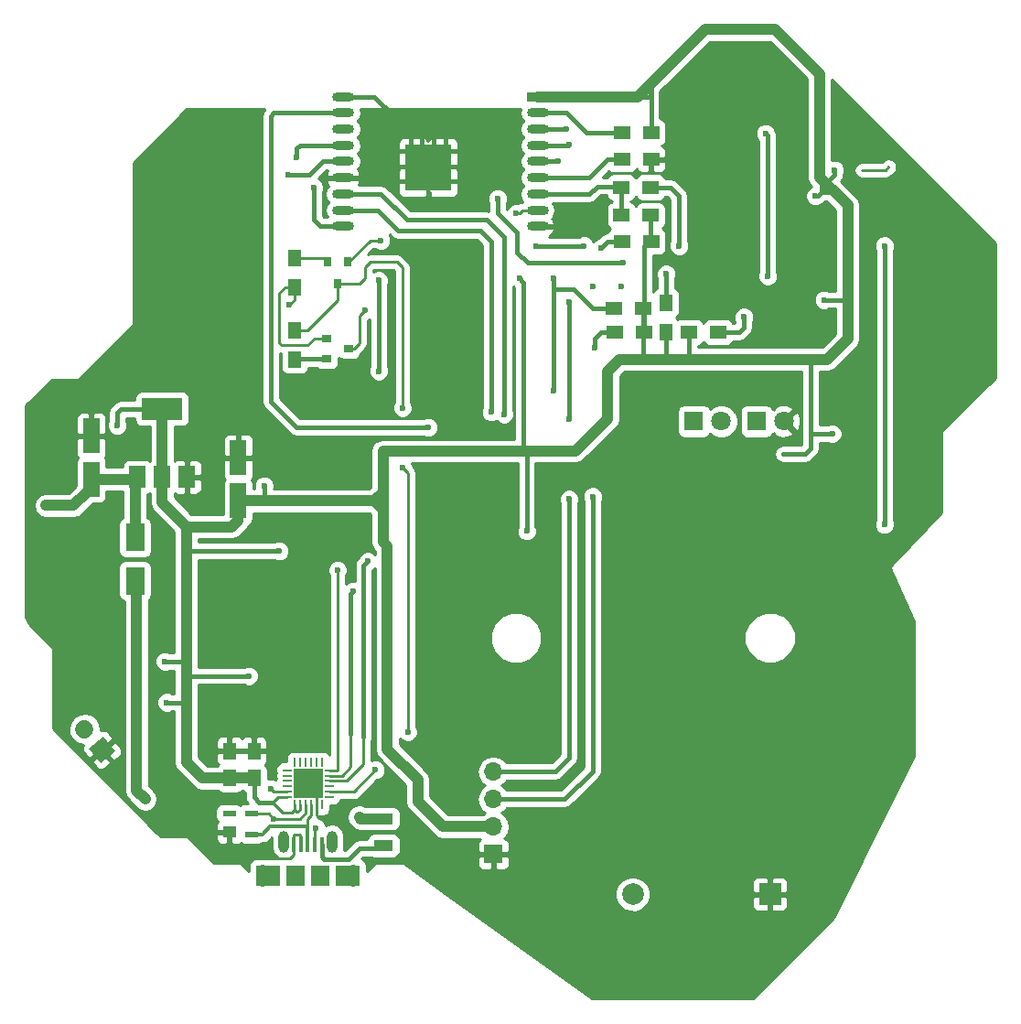
<source format=gbl>
G04 #@! TF.FileFunction,Copper,L2,Bot,Signal*
%FSLAX46Y46*%
G04 Gerber Fmt 4.6, Leading zero omitted, Abs format (unit mm)*
G04 Created by KiCad (PCBNEW 4.0.7) date Monday, 12 '12e' March '12e' 2018, 16:45:07*
%MOMM*%
%LPD*%
G01*
G04 APERTURE LIST*
%ADD10C,0.100000*%
%ADD11R,2.000000X2.000000*%
%ADD12C,2.000000*%
%ADD13R,1.250000X1.500000*%
%ADD14R,1.800000X1.800000*%
%ADD15C,1.800000*%
%ADD16R,1.800000X2.500000*%
%ADD17R,1.800000X1.000000*%
%ADD18O,1.000000X2.000000*%
%ADD19O,1.050000X2.100000*%
%ADD20R,1.800000X1.900000*%
%ADD21R,0.400000X1.350000*%
%ADD22R,2.185000X1.900000*%
%ADD23R,1.700000X1.700000*%
%ADD24O,1.700000X1.700000*%
%ADD25C,1.700000*%
%ADD26R,0.900000X0.800000*%
%ADD27R,0.800000X0.900000*%
%ADD28R,1.500000X1.300000*%
%ADD29R,1.300000X1.500000*%
%ADD30R,0.270000X0.810000*%
%ADD31R,0.810000X0.270000*%
%ADD32R,2.700000X2.700000*%
%ADD33R,1.300000X0.990000*%
%ADD34R,1.300000X0.590000*%
%ADD35R,3.800000X2.000000*%
%ADD36R,1.500000X2.000000*%
%ADD37O,2.000000X0.900000*%
%ADD38R,2.000000X0.900000*%
%ADD39R,4.300000X4.300000*%
%ADD40C,0.900000*%
%ADD41R,1.500000X3.200000*%
%ADD42C,0.600000*%
%ADD43C,0.250000*%
%ADD44C,0.400000*%
%ADD45C,1.000000*%
%ADD46C,0.350000*%
%ADD47C,0.254000*%
G04 APERTURE END LIST*
D10*
D11*
X182000000Y-129000000D03*
D12*
X169300000Y-129000000D03*
D13*
X134250000Y-118250000D03*
X134250000Y-115750000D03*
X132000000Y-118250000D03*
X132000000Y-115750000D03*
D14*
X174960000Y-85250000D03*
D15*
X177500000Y-85250000D03*
D16*
X123250000Y-96000000D03*
X123250000Y-100000000D03*
D17*
X146250000Y-124500000D03*
X146250000Y-122000000D03*
D18*
X137015000Y-124125000D03*
D19*
X135055000Y-127250000D03*
X143405000Y-127250000D03*
D20*
X138080000Y-127250000D03*
D21*
X139230000Y-124445000D03*
X138580000Y-124445000D03*
X137930000Y-124445000D03*
D22*
X135537500Y-127250000D03*
D20*
X140380000Y-127250000D03*
D21*
X140530000Y-124445000D03*
X139880000Y-124445000D03*
D22*
X142922500Y-127250000D03*
D18*
X141465000Y-124125000D03*
D23*
X156400000Y-125280000D03*
D24*
X156400000Y-122740000D03*
X156400000Y-120200000D03*
X156400000Y-117660000D03*
D10*
G36*
X120304768Y-114452493D02*
X121397507Y-115754768D01*
X120095232Y-116847507D01*
X119002493Y-115545232D01*
X120304768Y-114452493D01*
X120304768Y-114452493D01*
G37*
D25*
X118567319Y-113704247D02*
X118567319Y-113704247D01*
D26*
X141000000Y-79450000D03*
X141000000Y-77550000D03*
X143000000Y-78500000D03*
D27*
X141050000Y-70500000D03*
X142950000Y-70500000D03*
X142000000Y-72500000D03*
D14*
X180750000Y-85250000D03*
D15*
X183290000Y-85250000D03*
D28*
X168300000Y-58500000D03*
X171000000Y-58500000D03*
D29*
X138000000Y-79500000D03*
X138000000Y-76800000D03*
X138000000Y-70150000D03*
X138000000Y-72850000D03*
D28*
X167650000Y-77000000D03*
X170350000Y-77000000D03*
D29*
X172400000Y-74300000D03*
X172400000Y-77000000D03*
D28*
X177200000Y-77000000D03*
X174500000Y-77000000D03*
D30*
X140520000Y-120725000D03*
X140020000Y-120725000D03*
X139520000Y-120725000D03*
X139020000Y-120725000D03*
X138520000Y-120725000D03*
X138020000Y-120725000D03*
D31*
X137315000Y-120020000D03*
X137315000Y-119520000D03*
X137315000Y-119020000D03*
X137315000Y-118520000D03*
X137315000Y-118020000D03*
X137315000Y-117520000D03*
D30*
X138020000Y-116815000D03*
X138520000Y-116815000D03*
X139020000Y-116815000D03*
X139520000Y-116815000D03*
X140020000Y-116815000D03*
X140520000Y-116815000D03*
D31*
X141225000Y-117520000D03*
X141225000Y-118020000D03*
X141225000Y-118520000D03*
X141225000Y-119020000D03*
X141225000Y-119520000D03*
X141225000Y-120020000D03*
D32*
X139250000Y-118750000D03*
D33*
X131975000Y-123260000D03*
D34*
X131975000Y-121540000D03*
X134025000Y-121540000D03*
X134025000Y-123460000D03*
D35*
X125750000Y-84100000D03*
D36*
X125750000Y-90400000D03*
X123450000Y-90400000D03*
X128050000Y-90400000D03*
D37*
X142500000Y-67200000D03*
X160500000Y-67200000D03*
D38*
X160500000Y-55200000D03*
D37*
X160500000Y-56700000D03*
X160500000Y-58200000D03*
X160500000Y-59700000D03*
X160500000Y-61200000D03*
X160500000Y-62700000D03*
X160500000Y-64200000D03*
X160500000Y-65700000D03*
X142500000Y-65700000D03*
X142500000Y-64200000D03*
X142500000Y-62700000D03*
X142500000Y-61200000D03*
X142500000Y-59700000D03*
X142500000Y-58200000D03*
X142500000Y-56700000D03*
X142500000Y-55200000D03*
D39*
X150380000Y-61780000D03*
D40*
X152000000Y-60200000D03*
X150875000Y-60200000D03*
X149775000Y-60200000D03*
X148750000Y-60200000D03*
X152000000Y-61650000D03*
X149775000Y-61650000D03*
X148750000Y-61650000D03*
X150875000Y-61650000D03*
X152000000Y-63000000D03*
X149775000Y-63000000D03*
X148750000Y-63000000D03*
X150875000Y-63000000D03*
D28*
X168250000Y-63600000D03*
X170950000Y-63600000D03*
X171000000Y-61000000D03*
X168300000Y-61000000D03*
X170950000Y-66200000D03*
X168250000Y-66200000D03*
D41*
X119200000Y-90600000D03*
X119200000Y-86600000D03*
X132800000Y-92600000D03*
X132800000Y-88600000D03*
D28*
X170300000Y-74800000D03*
X167600000Y-74800000D03*
X171000000Y-68600000D03*
X168300000Y-68600000D03*
D42*
X165600000Y-72800000D03*
X168200000Y-72800000D03*
X187000000Y-74000000D03*
X135200000Y-91200000D03*
X158800000Y-72000000D03*
X188000000Y-62000000D03*
X186200000Y-64400000D03*
X187800000Y-86400000D03*
X159500000Y-95400000D03*
X136600000Y-97250000D03*
X133750000Y-108800000D03*
X126200000Y-111250000D03*
X126000000Y-107450000D03*
X121600000Y-85650000D03*
X151800000Y-74800000D03*
X151800000Y-73400000D03*
X151800000Y-71800000D03*
X151800000Y-70400000D03*
X166400000Y-66000000D03*
X166400000Y-67200000D03*
X143400000Y-95600000D03*
X143200000Y-96600000D03*
X176400000Y-61400000D03*
X177600000Y-61400000D03*
X177600000Y-60400000D03*
X176400000Y-60400000D03*
X136000000Y-115600000D03*
X173000000Y-97700000D03*
X169500000Y-97700000D03*
X141800000Y-121850000D03*
X115000000Y-93040000D03*
X150400000Y-85800000D03*
X124200000Y-120200000D03*
X135800000Y-119250000D03*
X144000000Y-121850000D03*
X136100000Y-122000000D03*
X140000000Y-122850000D03*
X162400000Y-61200000D03*
X162000000Y-72000000D03*
X162000000Y-82400000D03*
X165600000Y-92200000D03*
X166400000Y-69200000D03*
X163400000Y-92400000D03*
X163400000Y-85000000D03*
X163400000Y-74200000D03*
X163400000Y-59600000D03*
X137500000Y-74500000D03*
X142000000Y-99000000D03*
X144500000Y-75000000D03*
X138200000Y-60800000D03*
X179600000Y-75600000D03*
X158500000Y-66000000D03*
X146000000Y-68500000D03*
X148000000Y-84000000D03*
X148000000Y-89500000D03*
X148500000Y-114000000D03*
X145500000Y-117500000D03*
X163200000Y-58200000D03*
X181600000Y-58600000D03*
X181800000Y-71800000D03*
X173600000Y-69000000D03*
X192600000Y-94800000D03*
X192600000Y-69000000D03*
X137400000Y-62400000D03*
X165800000Y-78400000D03*
X168400000Y-70600000D03*
X156800000Y-64600000D03*
X139800000Y-63600000D03*
X172400000Y-71600000D03*
X143400000Y-101000000D03*
X157400000Y-84600000D03*
X144800000Y-98200000D03*
X156200000Y-84400000D03*
X145800000Y-72200000D03*
X145800000Y-80600000D03*
X164800000Y-69000000D03*
X160400000Y-69000000D03*
D43*
X190500000Y-62000000D02*
X192700000Y-62000000D01*
X192700000Y-62000000D02*
X193000000Y-61700000D01*
D44*
X170300000Y-74800000D02*
X170300000Y-76950000D01*
X170300000Y-76950000D02*
X170350000Y-77000000D01*
D45*
X189200000Y-77600000D02*
X189200000Y-74000000D01*
X189200000Y-74000000D02*
X189200000Y-65250000D01*
D44*
X187000000Y-74000000D02*
X189200000Y-74000000D01*
X170950000Y-68450000D02*
X170350000Y-69050000D01*
X170350000Y-69050000D02*
X170350000Y-77000000D01*
X170950000Y-66200000D02*
X170950000Y-68450000D01*
D45*
X132800000Y-92600000D02*
X135200000Y-92600000D01*
X135200000Y-92600000D02*
X145000000Y-92600000D01*
D44*
X135200000Y-91200000D02*
X135200000Y-92600000D01*
D45*
X152800000Y-88000000D02*
X159200000Y-88000000D01*
X159200000Y-88000000D02*
X159600000Y-88000000D01*
D44*
X159200000Y-72400000D02*
X159200000Y-88000000D01*
X158800000Y-72000000D02*
X159200000Y-72400000D01*
D45*
X146200000Y-92600000D02*
X146200000Y-93400000D01*
X145000000Y-92600000D02*
X145400000Y-92600000D01*
X146200000Y-93400000D02*
X146200000Y-96400000D01*
X145400000Y-92600000D02*
X146200000Y-93400000D01*
X145000000Y-92600000D02*
X146200000Y-92600000D01*
X146200000Y-88000000D02*
X146200000Y-91800000D01*
X146200000Y-91800000D02*
X146200000Y-92600000D01*
X145400000Y-92600000D02*
X146200000Y-91800000D01*
X132200000Y-95000000D02*
X132800000Y-94400000D01*
X132800000Y-94400000D02*
X132800000Y-92600000D01*
X128000000Y-95000000D02*
X132200000Y-95000000D01*
X149400000Y-120400000D02*
X151740000Y-122740000D01*
X151740000Y-122740000D02*
X156400000Y-122740000D01*
X149400000Y-118400000D02*
X149400000Y-120400000D01*
X146600000Y-115600000D02*
X149400000Y-118400000D01*
X146600000Y-96800000D02*
X146600000Y-115600000D01*
X146200000Y-96400000D02*
X146600000Y-96800000D01*
X146200000Y-88000000D02*
X151600000Y-88000000D01*
X152000000Y-88000000D02*
X152800000Y-88000000D01*
X151600000Y-88000000D02*
X152000000Y-88000000D01*
D44*
X152200000Y-87800000D02*
X152000000Y-88000000D01*
X188000000Y-62400000D02*
X188000000Y-62000000D01*
X187400000Y-63000000D02*
X188000000Y-62400000D01*
X187400000Y-63450000D02*
X187400000Y-63000000D01*
D45*
X189200000Y-65250000D02*
X187950000Y-64000000D01*
X187950000Y-64000000D02*
X187400000Y-63450000D01*
D44*
X186800000Y-64050000D02*
X187900000Y-64050000D01*
X187900000Y-64050000D02*
X187950000Y-64000000D01*
X186800000Y-64050000D02*
X187400000Y-63450000D01*
X186450000Y-64400000D02*
X186800000Y-64050000D01*
D45*
X187400000Y-63450000D02*
X186800000Y-62850000D01*
D44*
X186800000Y-64050000D02*
X186800000Y-62850000D01*
D45*
X186800000Y-62850000D02*
X186600000Y-62650000D01*
D44*
X186200000Y-64400000D02*
X186450000Y-64400000D01*
X185750000Y-87750000D02*
X185750000Y-86400000D01*
X185750000Y-86400000D02*
X185750000Y-79500000D01*
X187800000Y-86400000D02*
X185750000Y-86400000D01*
D45*
X185750000Y-79500000D02*
X187300000Y-79500000D01*
X187300000Y-79500000D02*
X189200000Y-77600000D01*
X159600000Y-88000000D02*
X164000000Y-88000000D01*
X164000000Y-88000000D02*
X167000000Y-85000000D01*
X167000000Y-85000000D02*
X167000000Y-80600000D01*
X167000000Y-80600000D02*
X168100000Y-79500000D01*
X168100000Y-79500000D02*
X170500000Y-79500000D01*
X170500000Y-54500000D02*
X171000000Y-54000000D01*
X171000000Y-54000000D02*
X176000000Y-49000000D01*
D44*
X171000000Y-55000000D02*
X171000000Y-54000000D01*
X169800000Y-55200000D02*
X170800000Y-55200000D01*
X170800000Y-55200000D02*
X171000000Y-55000000D01*
D45*
X169800000Y-55200000D02*
X170500000Y-54500000D01*
D44*
X171000000Y-58500000D02*
X171000000Y-55000000D01*
X171000000Y-55000000D02*
X170500000Y-54500000D01*
D45*
X182500000Y-49000000D02*
X186600000Y-53100000D01*
X186600000Y-53100000D02*
X186600000Y-62650000D01*
X176000000Y-49000000D02*
X182500000Y-49000000D01*
X160500000Y-55200000D02*
X169800000Y-55200000D01*
D43*
X138300000Y-121400000D02*
X138190000Y-121400000D01*
X138190000Y-121400000D02*
X138020000Y-121230000D01*
X138520000Y-121180000D02*
X138300000Y-121400000D01*
X138520000Y-120725000D02*
X138520000Y-121180000D01*
D44*
X159500000Y-95400000D02*
X159476060Y-95376060D01*
X159476060Y-95376060D02*
X159476060Y-88123940D01*
X159476060Y-88123940D02*
X159600000Y-88000000D01*
D43*
X137800000Y-121450000D02*
X136950000Y-121450000D01*
X136950000Y-121450000D02*
X136000000Y-120500000D01*
X138020000Y-121230000D02*
X137800000Y-121450000D01*
X138020000Y-120725000D02*
X138020000Y-121230000D01*
D45*
X128000000Y-95000000D02*
X128000000Y-97050000D01*
X128000000Y-97050000D02*
X128000000Y-107450000D01*
D44*
X136600000Y-97250000D02*
X128200000Y-97250000D01*
X128200000Y-97250000D02*
X128000000Y-97050000D01*
D45*
X128000000Y-107450000D02*
X128000000Y-108850000D01*
X128000000Y-108850000D02*
X128000000Y-111250000D01*
D44*
X133750000Y-108800000D02*
X128050000Y-108800000D01*
X128050000Y-108800000D02*
X128000000Y-108850000D01*
D45*
X128000000Y-111250000D02*
X128000000Y-116750000D01*
D44*
X126200000Y-111250000D02*
X128000000Y-111250000D01*
X126000000Y-107450000D02*
X128000000Y-107450000D01*
X121600000Y-84450000D02*
X121950000Y-84100000D01*
X121950000Y-84100000D02*
X125750000Y-84100000D01*
X121600000Y-85650000D02*
X121600000Y-84450000D01*
X125700000Y-84050000D02*
X125750000Y-84100000D01*
X132000000Y-118250000D02*
X134250000Y-118250000D01*
X185250000Y-88250000D02*
X185750000Y-87750000D01*
X183250000Y-88250000D02*
X185250000Y-88250000D01*
D45*
X174500000Y-79500000D02*
X185750000Y-79500000D01*
X172500000Y-79500000D02*
X174500000Y-79500000D01*
D44*
X174500000Y-77000000D02*
X174500000Y-79500000D01*
D45*
X170500000Y-79500000D02*
X172500000Y-79500000D01*
D44*
X172400000Y-77000000D02*
X172400000Y-79400000D01*
X172400000Y-79400000D02*
X172500000Y-79500000D01*
X170250000Y-77000000D02*
X170250000Y-79250000D01*
X170250000Y-79250000D02*
X170500000Y-79500000D01*
X134250000Y-120000000D02*
X134750000Y-120500000D01*
X134750000Y-120500000D02*
X136000000Y-120500000D01*
X134250000Y-118250000D02*
X134250000Y-120000000D01*
D43*
X136480000Y-120020000D02*
X136000000Y-120500000D01*
X137315000Y-120020000D02*
X136480000Y-120020000D01*
D45*
X128000000Y-116750000D02*
X129500000Y-118250000D01*
X129500000Y-118250000D02*
X134250000Y-118250000D01*
X125750000Y-92750000D02*
X128000000Y-95000000D01*
X125750000Y-90400000D02*
X125750000Y-92750000D01*
X125750000Y-90400000D02*
X125750000Y-84100000D01*
D44*
X151800000Y-73400000D02*
X151800000Y-74800000D01*
X151800000Y-70400000D02*
X151800000Y-71800000D01*
X160500000Y-67200000D02*
X166400000Y-67200000D01*
D43*
X143200000Y-96600000D02*
X143400000Y-96400000D01*
X143400000Y-96400000D02*
X143400000Y-95600000D01*
X177600000Y-60400000D02*
X177600000Y-61400000D01*
X171000000Y-61000000D02*
X175800000Y-61000000D01*
X175800000Y-61000000D02*
X176400000Y-60400000D01*
D44*
X145400000Y-55200000D02*
X147200000Y-57000000D01*
X147200000Y-57000000D02*
X147200000Y-60200000D01*
X142500000Y-55200000D02*
X145400000Y-55200000D01*
X152000000Y-60200000D02*
X153800000Y-60200000D01*
X148750000Y-63000000D02*
X147200000Y-63000000D01*
X148750000Y-60200000D02*
X147200000Y-60200000D01*
X148750000Y-60200000D02*
X148750000Y-58450000D01*
X152000000Y-60200000D02*
X152000000Y-58400000D01*
X150875000Y-60200000D02*
X150875000Y-58475000D01*
X149775000Y-60200000D02*
X149775000Y-58575000D01*
X152000000Y-63000000D02*
X154000000Y-63000000D01*
X152000000Y-61650000D02*
X154150000Y-61650000D01*
X148750000Y-61650000D02*
X146650000Y-61650000D01*
D43*
X136000000Y-115600000D02*
X135850000Y-115750000D01*
X135850000Y-115750000D02*
X134250000Y-115750000D01*
D44*
X169500000Y-97700000D02*
X173000000Y-97700000D01*
D43*
X132600000Y-125650000D02*
X131975000Y-125025000D01*
X131975000Y-125025000D02*
X131975000Y-123260000D01*
X137600000Y-125650000D02*
X132600000Y-125650000D01*
X137930000Y-125320000D02*
X137600000Y-125650000D01*
X137930000Y-124445000D02*
X137930000Y-125320000D01*
X137930000Y-124445000D02*
X137930000Y-123520000D01*
X137930000Y-123520000D02*
X138000000Y-123450000D01*
X138400000Y-123450000D02*
X138580000Y-123630000D01*
X138000000Y-123450000D02*
X138400000Y-123450000D01*
X138580000Y-123630000D02*
X138580000Y-124445000D01*
X140200000Y-121850000D02*
X141800000Y-121850000D01*
X140020000Y-121670000D02*
X140200000Y-121850000D01*
X140020000Y-120725000D02*
X140020000Y-121670000D01*
X140020000Y-120725000D02*
X140020000Y-119520000D01*
X140020000Y-119520000D02*
X139250000Y-118750000D01*
D45*
X119200000Y-90600000D02*
X123250000Y-90600000D01*
X123250000Y-90600000D02*
X123450000Y-90400000D01*
X117560000Y-93040000D02*
X118800000Y-91800000D01*
X115000000Y-93040000D02*
X117560000Y-93040000D01*
X123250000Y-96250000D02*
X123250000Y-90600000D01*
X123350000Y-90500000D02*
X123450000Y-90400000D01*
D44*
X174750000Y-85460000D02*
X174960000Y-85250000D01*
X142500000Y-56700000D02*
X136100000Y-56700000D01*
X136100000Y-56700000D02*
X135800000Y-57000000D01*
X138200000Y-85800000D02*
X150400000Y-85800000D01*
X135800000Y-83400000D02*
X138200000Y-85800000D01*
X135800000Y-57000000D02*
X135800000Y-83400000D01*
D45*
X123400000Y-119400000D02*
X124200000Y-120200000D01*
X123400000Y-118250000D02*
X123400000Y-119400000D01*
D43*
X137315000Y-119520000D02*
X136070000Y-119520000D01*
X136070000Y-119520000D02*
X135800000Y-119250000D01*
D45*
X123400000Y-118250000D02*
X123400000Y-100150000D01*
X123400000Y-100150000D02*
X123250000Y-100000000D01*
X146250000Y-122000000D02*
X144150000Y-122000000D01*
X144150000Y-122000000D02*
X144000000Y-121850000D01*
D44*
X144000000Y-124750000D02*
X146000000Y-124750000D01*
X146000000Y-124750000D02*
X146250000Y-124500000D01*
X143000000Y-125750000D02*
X144000000Y-124750000D01*
X140750000Y-125750000D02*
X143000000Y-125750000D01*
X140530000Y-125530000D02*
X140750000Y-125750000D01*
X140530000Y-124445000D02*
X140530000Y-125530000D01*
D46*
X135040000Y-123460000D02*
X135750000Y-122750000D01*
X135750000Y-122750000D02*
X139230000Y-122750000D01*
X134025000Y-123460000D02*
X135040000Y-123460000D01*
X139230000Y-124445000D02*
X139230000Y-122750000D01*
D43*
X139230000Y-122750000D02*
X139230000Y-122020000D01*
X139520000Y-120725000D02*
X139520000Y-121730000D01*
X139520000Y-121730000D02*
X139230000Y-122020000D01*
X136100000Y-122000000D02*
X138500000Y-122000000D01*
X134025000Y-121540000D02*
X135640000Y-121540000D01*
X135640000Y-121540000D02*
X136100000Y-122000000D01*
X139880000Y-124445000D02*
X139880000Y-122970000D01*
X139880000Y-122970000D02*
X140000000Y-122850000D01*
X139020000Y-121480000D02*
X138500000Y-122000000D01*
X139020000Y-120725000D02*
X139020000Y-121480000D01*
D44*
X162000000Y-73400000D02*
X162000000Y-73000000D01*
X162000000Y-73000000D02*
X162000000Y-72000000D01*
X165600000Y-74800000D02*
X163800000Y-73000000D01*
X163800000Y-73000000D02*
X162000000Y-73000000D01*
X167600000Y-74800000D02*
X165600000Y-74800000D01*
X162400000Y-61200000D02*
X160500000Y-61200000D01*
X162000000Y-82400000D02*
X162000000Y-73400000D01*
X165600000Y-117600000D02*
X165600000Y-92200000D01*
X163000000Y-120200000D02*
X165600000Y-117600000D01*
X156400000Y-120200000D02*
X163000000Y-120200000D01*
X167000000Y-68600000D02*
X168300000Y-68600000D01*
X166400000Y-69200000D02*
X167000000Y-68600000D01*
X168300000Y-68600000D02*
X167600000Y-68600000D01*
X163400000Y-75400000D02*
X163400000Y-74200000D01*
X163400000Y-85000000D02*
X163400000Y-75400000D01*
X163400000Y-116400000D02*
X162140000Y-117660000D01*
X162140000Y-117660000D02*
X156400000Y-117660000D01*
X163400000Y-92400000D02*
X163400000Y-116400000D01*
X160500000Y-59700000D02*
X163300000Y-59700000D01*
X163300000Y-59700000D02*
X163400000Y-59600000D01*
X141000000Y-79450000D02*
X138050000Y-79450000D01*
X138050000Y-79450000D02*
X138000000Y-79500000D01*
D43*
X141000000Y-77550000D02*
X139850000Y-77550000D01*
X139850000Y-77550000D02*
X139200000Y-78200000D01*
X139200000Y-78200000D02*
X136800000Y-78200000D01*
X136800000Y-78200000D02*
X136600000Y-78000000D01*
X136600000Y-73400000D02*
X137150000Y-72850000D01*
X136600000Y-78000000D02*
X136600000Y-73400000D01*
X137150000Y-72850000D02*
X138000000Y-72850000D01*
X137500000Y-74500000D02*
X138000000Y-74000000D01*
X138000000Y-74000000D02*
X138000000Y-72850000D01*
X142000000Y-99000000D02*
X142000000Y-117500000D01*
X141980000Y-117520000D02*
X142000000Y-117500000D01*
X141225000Y-117520000D02*
X141980000Y-117520000D01*
X144000000Y-78000000D02*
X144000000Y-75500000D01*
X144000000Y-75500000D02*
X144500000Y-75000000D01*
X143500000Y-78500000D02*
X144000000Y-78000000D01*
X143000000Y-78500000D02*
X143500000Y-78500000D01*
D44*
X138200000Y-60800000D02*
X138200000Y-60000000D01*
X179600000Y-76600000D02*
X179600000Y-75600000D01*
X179600000Y-76600000D02*
X179200000Y-77000000D01*
X179200000Y-77000000D02*
X177200000Y-77000000D01*
X138500000Y-59700000D02*
X138200000Y-60000000D01*
X142500000Y-59700000D02*
X138500000Y-59700000D01*
D43*
X138000000Y-70150000D02*
X140700000Y-70150000D01*
X140700000Y-70150000D02*
X141050000Y-70500000D01*
X158800000Y-66000000D02*
X159100000Y-65700000D01*
X159100000Y-65700000D02*
X160500000Y-65700000D01*
X158500000Y-66000000D02*
X158800000Y-66000000D01*
X143000000Y-70500000D02*
X145000000Y-68500000D01*
X145000000Y-68500000D02*
X146000000Y-68500000D01*
X142950000Y-70500000D02*
X143000000Y-70500000D01*
X147500000Y-70500000D02*
X148000000Y-71000000D01*
X148000000Y-71000000D02*
X148000000Y-84000000D01*
X145000000Y-70500000D02*
X147500000Y-70500000D01*
X144500000Y-71000000D02*
X145000000Y-70500000D01*
X144500000Y-72000000D02*
X144500000Y-71000000D01*
X144000000Y-72500000D02*
X144500000Y-72000000D01*
X142000000Y-72500000D02*
X144000000Y-72500000D01*
X139200000Y-76800000D02*
X142000000Y-74000000D01*
X142000000Y-74000000D02*
X142000000Y-72500000D01*
X138000000Y-76800000D02*
X139200000Y-76800000D01*
X148500000Y-90000000D02*
X148000000Y-89500000D01*
X148500000Y-114000000D02*
X148500000Y-90000000D01*
X143480000Y-119520000D02*
X145500000Y-117500000D01*
X141225000Y-119520000D02*
X143480000Y-119520000D01*
D44*
X163200000Y-58200000D02*
X160500000Y-58200000D01*
X181800000Y-71800000D02*
X181800000Y-58800000D01*
X181800000Y-58800000D02*
X181600000Y-58600000D01*
X180550000Y-85450000D02*
X180750000Y-85250000D01*
X163200000Y-56700000D02*
X165000000Y-58500000D01*
X165000000Y-58500000D02*
X168300000Y-58500000D01*
X160500000Y-56700000D02*
X163200000Y-56700000D01*
X173600000Y-64400000D02*
X172800000Y-63600000D01*
X172800000Y-63600000D02*
X170950000Y-63600000D01*
X173600000Y-69000000D02*
X173600000Y-64400000D01*
X192600000Y-69000000D02*
X192600000Y-94800000D01*
X160500000Y-62700000D02*
X165300000Y-62700000D01*
X165300000Y-62700000D02*
X167000000Y-61000000D01*
X167000000Y-61000000D02*
X168300000Y-61000000D01*
X137400000Y-62400000D02*
X139400000Y-62400000D01*
X139400000Y-62400000D02*
X140600000Y-61200000D01*
X140600000Y-61200000D02*
X142500000Y-61200000D01*
X166400000Y-77000000D02*
X165800000Y-77600000D01*
X165800000Y-77600000D02*
X165800000Y-78400000D01*
X167650000Y-77000000D02*
X166400000Y-77000000D01*
X158600000Y-69600000D02*
X159600000Y-70600000D01*
X159600000Y-70600000D02*
X168400000Y-70600000D01*
X158600000Y-67800000D02*
X158600000Y-69600000D01*
X156800000Y-66000000D02*
X158600000Y-67800000D01*
X156800000Y-64600000D02*
X156800000Y-66000000D01*
X139800000Y-66600000D02*
X139800000Y-63600000D01*
X140400000Y-67200000D02*
X139800000Y-66600000D01*
X142500000Y-67200000D02*
X140400000Y-67200000D01*
X172400000Y-74300000D02*
X172400000Y-71600000D01*
X143400000Y-101000000D02*
X143200000Y-101200000D01*
X143200000Y-101200000D02*
X143200000Y-114200000D01*
X157400000Y-68200000D02*
X157400000Y-84600000D01*
X155800000Y-66600000D02*
X157400000Y-68200000D01*
X148400000Y-66600000D02*
X155800000Y-66600000D01*
X146000000Y-64200000D02*
X148400000Y-66600000D01*
X142500000Y-64200000D02*
X146000000Y-64200000D01*
D43*
X143200000Y-117200000D02*
X143200000Y-114200000D01*
X142380000Y-118020000D02*
X143200000Y-117200000D01*
X141225000Y-118020000D02*
X142380000Y-118020000D01*
D44*
X144400000Y-114400000D02*
X144400000Y-98600000D01*
X144400000Y-98600000D02*
X144800000Y-98200000D01*
X156200000Y-68600000D02*
X156200000Y-84400000D01*
X155200000Y-67600000D02*
X156200000Y-68600000D01*
X147600000Y-67600000D02*
X155200000Y-67600000D01*
X145700000Y-65700000D02*
X147600000Y-67600000D01*
X142500000Y-65700000D02*
X145700000Y-65700000D01*
D43*
X144400000Y-117000000D02*
X144400000Y-114400000D01*
X142880000Y-118520000D02*
X144400000Y-117000000D01*
X141225000Y-118520000D02*
X142880000Y-118520000D01*
D44*
X145800000Y-80600000D02*
X145800000Y-72200000D01*
X160400000Y-69000000D02*
X164800000Y-69000000D01*
X168250000Y-63600000D02*
X168250000Y-66200000D01*
X166000000Y-63500000D02*
X168150000Y-63500000D01*
X168150000Y-63500000D02*
X168250000Y-63600000D01*
X165300000Y-64200000D02*
X166000000Y-63500000D01*
X160500000Y-64200000D02*
X165300000Y-64200000D01*
D47*
G36*
X202873000Y-68802606D02*
X202873000Y-81197394D01*
X197910197Y-86160197D01*
X197882334Y-86202211D01*
X197873000Y-86250000D01*
X197873000Y-93699292D01*
X193157925Y-98662529D01*
X193131148Y-98705243D01*
X193123099Y-98755009D01*
X193134186Y-98802116D01*
X195373000Y-103777258D01*
X195373000Y-116220020D01*
X187895626Y-131174768D01*
X180447394Y-138623000D01*
X165540699Y-138623000D01*
X152521812Y-129323795D01*
X167664716Y-129323795D01*
X167913106Y-129924943D01*
X168372637Y-130385278D01*
X168973352Y-130634716D01*
X169623795Y-130635284D01*
X170224943Y-130386894D01*
X170685278Y-129927363D01*
X170934716Y-129326648D01*
X170934751Y-129285750D01*
X180365000Y-129285750D01*
X180365000Y-130126309D01*
X180461673Y-130359698D01*
X180640301Y-130538327D01*
X180873690Y-130635000D01*
X181714250Y-130635000D01*
X181873000Y-130476250D01*
X181873000Y-129127000D01*
X182127000Y-129127000D01*
X182127000Y-130476250D01*
X182285750Y-130635000D01*
X183126310Y-130635000D01*
X183359699Y-130538327D01*
X183538327Y-130359698D01*
X183635000Y-130126309D01*
X183635000Y-129285750D01*
X183476250Y-129127000D01*
X182127000Y-129127000D01*
X181873000Y-129127000D01*
X180523750Y-129127000D01*
X180365000Y-129285750D01*
X170934751Y-129285750D01*
X170935284Y-128676205D01*
X170686894Y-128075057D01*
X170485880Y-127873691D01*
X180365000Y-127873691D01*
X180365000Y-128714250D01*
X180523750Y-128873000D01*
X181873000Y-128873000D01*
X181873000Y-127523750D01*
X182127000Y-127523750D01*
X182127000Y-128873000D01*
X183476250Y-128873000D01*
X183635000Y-128714250D01*
X183635000Y-127873691D01*
X183538327Y-127640302D01*
X183359699Y-127461673D01*
X183126310Y-127365000D01*
X182285750Y-127365000D01*
X182127000Y-127523750D01*
X181873000Y-127523750D01*
X181714250Y-127365000D01*
X180873690Y-127365000D01*
X180640301Y-127461673D01*
X180461673Y-127640302D01*
X180365000Y-127873691D01*
X170485880Y-127873691D01*
X170227363Y-127614722D01*
X169626648Y-127365284D01*
X168976205Y-127364716D01*
X168375057Y-127613106D01*
X167914722Y-128072637D01*
X167665284Y-128673352D01*
X167664716Y-129323795D01*
X152521812Y-129323795D01*
X148073817Y-126146656D01*
X148027795Y-126126079D01*
X148000000Y-126123000D01*
X145500000Y-126123000D01*
X145450590Y-126133006D01*
X145410197Y-126160197D01*
X144662440Y-126907954D01*
X144662440Y-126300000D01*
X144618162Y-126064683D01*
X144479090Y-125848559D01*
X144266890Y-125703569D01*
X144233966Y-125696902D01*
X144345868Y-125585000D01*
X145081380Y-125585000D01*
X145098110Y-125596431D01*
X145350000Y-125647440D01*
X147150000Y-125647440D01*
X147385317Y-125603162D01*
X147443456Y-125565750D01*
X154915000Y-125565750D01*
X154915000Y-126256310D01*
X155011673Y-126489699D01*
X155190302Y-126668327D01*
X155423691Y-126765000D01*
X156114250Y-126765000D01*
X156273000Y-126606250D01*
X156273000Y-125407000D01*
X156527000Y-125407000D01*
X156527000Y-126606250D01*
X156685750Y-126765000D01*
X157376309Y-126765000D01*
X157609698Y-126668327D01*
X157788327Y-126489699D01*
X157885000Y-126256310D01*
X157885000Y-125565750D01*
X157726250Y-125407000D01*
X156527000Y-125407000D01*
X156273000Y-125407000D01*
X155073750Y-125407000D01*
X154915000Y-125565750D01*
X147443456Y-125565750D01*
X147601441Y-125464090D01*
X147746431Y-125251890D01*
X147797440Y-125000000D01*
X147797440Y-124000000D01*
X147753162Y-123764683D01*
X147614090Y-123548559D01*
X147401890Y-123403569D01*
X147150000Y-123352560D01*
X145350000Y-123352560D01*
X145114683Y-123396838D01*
X144898559Y-123535910D01*
X144753569Y-123748110D01*
X144719773Y-123915000D01*
X144000000Y-123915000D01*
X143680460Y-123978560D01*
X143409566Y-124159566D01*
X142654132Y-124915000D01*
X142548687Y-124915000D01*
X142600000Y-124657032D01*
X142600000Y-123592968D01*
X142513603Y-123158622D01*
X142267566Y-122790402D01*
X141899346Y-122544365D01*
X141465000Y-122457968D01*
X141030654Y-122544365D01*
X140916815Y-122620430D01*
X140793117Y-122321057D01*
X140530327Y-122057808D01*
X140238868Y-121936783D01*
X140256130Y-121850000D01*
X142865000Y-121850000D01*
X142951397Y-122284345D01*
X143197434Y-122652566D01*
X143347434Y-122802566D01*
X143715654Y-123048603D01*
X144150000Y-123135000D01*
X145288569Y-123135000D01*
X145350000Y-123147440D01*
X147150000Y-123147440D01*
X147385317Y-123103162D01*
X147601441Y-122964090D01*
X147746431Y-122751890D01*
X147797440Y-122500000D01*
X147797440Y-121500000D01*
X147753162Y-121264683D01*
X147614090Y-121048559D01*
X147401890Y-120903569D01*
X147150000Y-120852560D01*
X145350000Y-120852560D01*
X145283887Y-120865000D01*
X144529534Y-120865000D01*
X144434345Y-120801397D01*
X144000000Y-120715000D01*
X143565655Y-120801397D01*
X143197434Y-121047434D01*
X142951397Y-121415655D01*
X142865000Y-121850000D01*
X140256130Y-121850000D01*
X140273038Y-121765000D01*
X140281310Y-121765000D01*
X140295186Y-121759252D01*
X140385000Y-121777440D01*
X140655000Y-121777440D01*
X140890317Y-121733162D01*
X141106441Y-121594090D01*
X141251431Y-121381890D01*
X141302440Y-121130000D01*
X141302440Y-120802440D01*
X141630000Y-120802440D01*
X141865317Y-120758162D01*
X142081441Y-120619090D01*
X142226431Y-120406890D01*
X142252127Y-120280000D01*
X143480000Y-120280000D01*
X143770839Y-120222148D01*
X144017401Y-120057401D01*
X145639680Y-118435122D01*
X145685167Y-118435162D01*
X146028943Y-118293117D01*
X146292192Y-118030327D01*
X146434838Y-117686799D01*
X146435162Y-117314833D01*
X146293117Y-116971057D01*
X146030327Y-116707808D01*
X145686799Y-116565162D01*
X145314833Y-116564838D01*
X145160000Y-116628814D01*
X145160000Y-114736661D01*
X145171439Y-114719541D01*
X145235000Y-114400000D01*
X145235000Y-99031933D01*
X145328943Y-98993117D01*
X145465000Y-98857297D01*
X145465000Y-115600000D01*
X145551397Y-116034346D01*
X145727466Y-116297852D01*
X145797434Y-116402566D01*
X148265000Y-118870132D01*
X148265000Y-120400000D01*
X148351397Y-120834346D01*
X148522510Y-121090434D01*
X148597434Y-121202566D01*
X150937434Y-123542566D01*
X151305654Y-123788603D01*
X151740000Y-123875000D01*
X155230554Y-123875000D01*
X155190302Y-123891673D01*
X155011673Y-124070301D01*
X154915000Y-124303690D01*
X154915000Y-124994250D01*
X155073750Y-125153000D01*
X156273000Y-125153000D01*
X156273000Y-125133000D01*
X156527000Y-125133000D01*
X156527000Y-125153000D01*
X157726250Y-125153000D01*
X157885000Y-124994250D01*
X157885000Y-124303690D01*
X157788327Y-124070301D01*
X157609698Y-123891673D01*
X157435223Y-123819403D01*
X157479147Y-123790054D01*
X157801054Y-123308285D01*
X157914093Y-122740000D01*
X157801054Y-122171715D01*
X157479147Y-121689946D01*
X157149974Y-121470000D01*
X157479147Y-121250054D01*
X157622841Y-121035000D01*
X163000000Y-121035000D01*
X163319541Y-120971439D01*
X163590434Y-120790434D01*
X166190434Y-118190434D01*
X166228737Y-118133110D01*
X166371439Y-117919541D01*
X166435000Y-117600000D01*
X166435000Y-105748725D01*
X179614587Y-105748725D01*
X179976916Y-106625629D01*
X180647242Y-107297126D01*
X181523513Y-107660985D01*
X182472325Y-107661813D01*
X183349229Y-107299484D01*
X184020726Y-106629158D01*
X184384585Y-105752887D01*
X184385413Y-104804075D01*
X184023084Y-103927171D01*
X183352758Y-103255674D01*
X182476487Y-102891815D01*
X181527675Y-102890987D01*
X180650771Y-103253316D01*
X179979274Y-103923642D01*
X179615415Y-104799913D01*
X179614587Y-105748725D01*
X166435000Y-105748725D01*
X166435000Y-92627234D01*
X166534838Y-92386799D01*
X166535162Y-92014833D01*
X166393117Y-91671057D01*
X166130327Y-91407808D01*
X165786799Y-91265162D01*
X165414833Y-91264838D01*
X165071057Y-91406883D01*
X164807808Y-91669673D01*
X164665162Y-92013201D01*
X164664838Y-92385167D01*
X164765000Y-92627578D01*
X164765000Y-117254132D01*
X162654132Y-119365000D01*
X157622841Y-119365000D01*
X157479147Y-119149946D01*
X157149974Y-118930000D01*
X157479147Y-118710054D01*
X157622841Y-118495000D01*
X162140000Y-118495000D01*
X162459541Y-118431439D01*
X162730434Y-118250434D01*
X163990434Y-116990434D01*
X164009033Y-116962599D01*
X164171439Y-116719541D01*
X164235000Y-116400000D01*
X164235000Y-92827234D01*
X164334838Y-92586799D01*
X164335162Y-92214833D01*
X164193117Y-91871057D01*
X163930327Y-91607808D01*
X163586799Y-91465162D01*
X163214833Y-91464838D01*
X162871057Y-91606883D01*
X162607808Y-91869673D01*
X162465162Y-92213201D01*
X162464838Y-92585167D01*
X162565000Y-92827578D01*
X162565000Y-116054132D01*
X161794132Y-116825000D01*
X157622841Y-116825000D01*
X157479147Y-116609946D01*
X156997378Y-116288039D01*
X156429093Y-116175000D01*
X156370907Y-116175000D01*
X155802622Y-116288039D01*
X155320853Y-116609946D01*
X154998946Y-117091715D01*
X154885907Y-117660000D01*
X154998946Y-118228285D01*
X155320853Y-118710054D01*
X155650026Y-118930000D01*
X155320853Y-119149946D01*
X154998946Y-119631715D01*
X154885907Y-120200000D01*
X154998946Y-120768285D01*
X155320853Y-121250054D01*
X155650026Y-121470000D01*
X155447984Y-121605000D01*
X152210132Y-121605000D01*
X150535000Y-119929868D01*
X150535000Y-118400000D01*
X150448603Y-117965654D01*
X150202566Y-117597434D01*
X147735000Y-115129868D01*
X147735000Y-114557109D01*
X147969673Y-114792192D01*
X148313201Y-114934838D01*
X148685167Y-114935162D01*
X149028943Y-114793117D01*
X149292192Y-114530327D01*
X149434838Y-114186799D01*
X149435162Y-113814833D01*
X149293117Y-113471057D01*
X149260000Y-113437882D01*
X149260000Y-105748725D01*
X156119587Y-105748725D01*
X156481916Y-106625629D01*
X157152242Y-107297126D01*
X158028513Y-107660985D01*
X158977325Y-107661813D01*
X159854229Y-107299484D01*
X160525726Y-106629158D01*
X160889585Y-105752887D01*
X160890413Y-104804075D01*
X160528084Y-103927171D01*
X159857758Y-103255674D01*
X158981487Y-102891815D01*
X158032675Y-102890987D01*
X157155771Y-103253316D01*
X156484274Y-103923642D01*
X156120415Y-104799913D01*
X156119587Y-105748725D01*
X149260000Y-105748725D01*
X149260000Y-90000000D01*
X149202148Y-89709161D01*
X149037401Y-89462599D01*
X148935122Y-89360320D01*
X148935162Y-89314833D01*
X148860857Y-89135000D01*
X158641060Y-89135000D01*
X158641060Y-95030419D01*
X158565162Y-95213201D01*
X158564838Y-95585167D01*
X158706883Y-95928943D01*
X158969673Y-96192192D01*
X159313201Y-96334838D01*
X159685167Y-96335162D01*
X160028943Y-96193117D01*
X160292192Y-95930327D01*
X160434838Y-95586799D01*
X160435162Y-95214833D01*
X160311060Y-94914482D01*
X160311060Y-89135000D01*
X164000000Y-89135000D01*
X164434346Y-89048603D01*
X164802566Y-88802566D01*
X167802566Y-85802566D01*
X168048604Y-85434345D01*
X168135000Y-85000000D01*
X168135000Y-84350000D01*
X173412560Y-84350000D01*
X173412560Y-86150000D01*
X173456838Y-86385317D01*
X173595910Y-86601441D01*
X173808110Y-86746431D01*
X174060000Y-86797440D01*
X175860000Y-86797440D01*
X176095317Y-86753162D01*
X176311441Y-86614090D01*
X176456431Y-86401890D01*
X176460567Y-86381466D01*
X176629357Y-86550551D01*
X177193330Y-86784733D01*
X177803991Y-86785265D01*
X178368371Y-86552068D01*
X178800551Y-86120643D01*
X179034733Y-85556670D01*
X179035265Y-84946009D01*
X178802068Y-84381629D01*
X178770495Y-84350000D01*
X179202560Y-84350000D01*
X179202560Y-86150000D01*
X179246838Y-86385317D01*
X179385910Y-86601441D01*
X179598110Y-86746431D01*
X179850000Y-86797440D01*
X181650000Y-86797440D01*
X181885317Y-86753162D01*
X182101441Y-86614090D01*
X182240598Y-86410426D01*
X182274890Y-86444718D01*
X182389447Y-86330161D01*
X182475852Y-86586643D01*
X183049336Y-86796458D01*
X183659460Y-86770839D01*
X184104148Y-86586643D01*
X184190554Y-86330159D01*
X183290000Y-85429605D01*
X183275858Y-85443748D01*
X183096253Y-85264143D01*
X183110395Y-85250000D01*
X183469605Y-85250000D01*
X184370159Y-86150554D01*
X184626643Y-86064148D01*
X184836458Y-85490664D01*
X184810839Y-84880540D01*
X184626643Y-84435852D01*
X184370159Y-84349446D01*
X183469605Y-85250000D01*
X183110395Y-85250000D01*
X183096253Y-85235858D01*
X183275858Y-85056253D01*
X183290000Y-85070395D01*
X184190554Y-84169841D01*
X184104148Y-83913357D01*
X183530664Y-83703542D01*
X182920540Y-83729161D01*
X182475852Y-83913357D01*
X182389447Y-84169839D01*
X182274890Y-84055282D01*
X182238412Y-84091760D01*
X182114090Y-83898559D01*
X181901890Y-83753569D01*
X181650000Y-83702560D01*
X179850000Y-83702560D01*
X179614683Y-83746838D01*
X179398559Y-83885910D01*
X179253569Y-84098110D01*
X179202560Y-84350000D01*
X178770495Y-84350000D01*
X178370643Y-83949449D01*
X177806670Y-83715267D01*
X177196009Y-83714735D01*
X176631629Y-83947932D01*
X176463387Y-84115880D01*
X176463162Y-84114683D01*
X176324090Y-83898559D01*
X176111890Y-83753569D01*
X175860000Y-83702560D01*
X174060000Y-83702560D01*
X173824683Y-83746838D01*
X173608559Y-83885910D01*
X173463569Y-84098110D01*
X173412560Y-84350000D01*
X168135000Y-84350000D01*
X168135000Y-81070132D01*
X168570132Y-80635000D01*
X184915000Y-80635000D01*
X184915000Y-87404132D01*
X184904132Y-87415000D01*
X183250000Y-87415000D01*
X182930459Y-87478561D01*
X182659566Y-87659566D01*
X182478561Y-87930459D01*
X182415000Y-88250000D01*
X182478561Y-88569541D01*
X182659566Y-88840434D01*
X182930459Y-89021439D01*
X183250000Y-89085000D01*
X185250000Y-89085000D01*
X185569541Y-89021439D01*
X185840434Y-88840434D01*
X186340434Y-88340434D01*
X186521440Y-88069540D01*
X186585000Y-87750000D01*
X186585000Y-87235000D01*
X187372766Y-87235000D01*
X187613201Y-87334838D01*
X187985167Y-87335162D01*
X188328943Y-87193117D01*
X188592192Y-86930327D01*
X188734838Y-86586799D01*
X188735162Y-86214833D01*
X188593117Y-85871057D01*
X188330327Y-85607808D01*
X187986799Y-85465162D01*
X187614833Y-85464838D01*
X187372422Y-85565000D01*
X186585000Y-85565000D01*
X186585000Y-80635000D01*
X187300000Y-80635000D01*
X187734346Y-80548603D01*
X188102566Y-80302566D01*
X190002566Y-78402566D01*
X190040074Y-78346431D01*
X190248603Y-78034346D01*
X190335000Y-77600000D01*
X190335000Y-69185167D01*
X191664838Y-69185167D01*
X191765000Y-69427578D01*
X191765000Y-94372766D01*
X191665162Y-94613201D01*
X191664838Y-94985167D01*
X191806883Y-95328943D01*
X192069673Y-95592192D01*
X192413201Y-95734838D01*
X192785167Y-95735162D01*
X193128943Y-95593117D01*
X193392192Y-95330327D01*
X193534838Y-94986799D01*
X193535162Y-94614833D01*
X193435000Y-94372422D01*
X193435000Y-69427234D01*
X193534838Y-69186799D01*
X193535162Y-68814833D01*
X193393117Y-68471057D01*
X193130327Y-68207808D01*
X192786799Y-68065162D01*
X192414833Y-68064838D01*
X192071057Y-68206883D01*
X191807808Y-68469673D01*
X191665162Y-68813201D01*
X191664838Y-69185167D01*
X190335000Y-69185167D01*
X190335000Y-65250000D01*
X190248603Y-64815654D01*
X190002566Y-64447434D01*
X188752568Y-63197436D01*
X188752566Y-63197433D01*
X188568000Y-63012868D01*
X188590434Y-62990434D01*
X188617451Y-62950000D01*
X188771439Y-62719541D01*
X188824601Y-62452277D01*
X188934838Y-62186799D01*
X188935000Y-62000000D01*
X189740000Y-62000000D01*
X189797852Y-62290839D01*
X189962599Y-62537401D01*
X190209161Y-62702148D01*
X190500000Y-62760000D01*
X192700000Y-62760000D01*
X192990839Y-62702148D01*
X193237401Y-62537401D01*
X193537401Y-62237401D01*
X193702148Y-61990839D01*
X193760000Y-61700000D01*
X193702148Y-61409161D01*
X193537401Y-61162599D01*
X193290839Y-60997852D01*
X193000000Y-60940000D01*
X192709161Y-60997852D01*
X192462599Y-61162599D01*
X192385198Y-61240000D01*
X190500000Y-61240000D01*
X190209161Y-61297852D01*
X189962599Y-61462599D01*
X189797852Y-61709161D01*
X189740000Y-62000000D01*
X188935000Y-62000000D01*
X188935162Y-61814833D01*
X188793117Y-61471057D01*
X188530327Y-61207808D01*
X188186799Y-61065162D01*
X187814833Y-61064838D01*
X187735000Y-61097824D01*
X187735000Y-53664606D01*
X202873000Y-68802606D01*
X202873000Y-68802606D01*
G37*
X202873000Y-68802606D02*
X202873000Y-81197394D01*
X197910197Y-86160197D01*
X197882334Y-86202211D01*
X197873000Y-86250000D01*
X197873000Y-93699292D01*
X193157925Y-98662529D01*
X193131148Y-98705243D01*
X193123099Y-98755009D01*
X193134186Y-98802116D01*
X195373000Y-103777258D01*
X195373000Y-116220020D01*
X187895626Y-131174768D01*
X180447394Y-138623000D01*
X165540699Y-138623000D01*
X152521812Y-129323795D01*
X167664716Y-129323795D01*
X167913106Y-129924943D01*
X168372637Y-130385278D01*
X168973352Y-130634716D01*
X169623795Y-130635284D01*
X170224943Y-130386894D01*
X170685278Y-129927363D01*
X170934716Y-129326648D01*
X170934751Y-129285750D01*
X180365000Y-129285750D01*
X180365000Y-130126309D01*
X180461673Y-130359698D01*
X180640301Y-130538327D01*
X180873690Y-130635000D01*
X181714250Y-130635000D01*
X181873000Y-130476250D01*
X181873000Y-129127000D01*
X182127000Y-129127000D01*
X182127000Y-130476250D01*
X182285750Y-130635000D01*
X183126310Y-130635000D01*
X183359699Y-130538327D01*
X183538327Y-130359698D01*
X183635000Y-130126309D01*
X183635000Y-129285750D01*
X183476250Y-129127000D01*
X182127000Y-129127000D01*
X181873000Y-129127000D01*
X180523750Y-129127000D01*
X180365000Y-129285750D01*
X170934751Y-129285750D01*
X170935284Y-128676205D01*
X170686894Y-128075057D01*
X170485880Y-127873691D01*
X180365000Y-127873691D01*
X180365000Y-128714250D01*
X180523750Y-128873000D01*
X181873000Y-128873000D01*
X181873000Y-127523750D01*
X182127000Y-127523750D01*
X182127000Y-128873000D01*
X183476250Y-128873000D01*
X183635000Y-128714250D01*
X183635000Y-127873691D01*
X183538327Y-127640302D01*
X183359699Y-127461673D01*
X183126310Y-127365000D01*
X182285750Y-127365000D01*
X182127000Y-127523750D01*
X181873000Y-127523750D01*
X181714250Y-127365000D01*
X180873690Y-127365000D01*
X180640301Y-127461673D01*
X180461673Y-127640302D01*
X180365000Y-127873691D01*
X170485880Y-127873691D01*
X170227363Y-127614722D01*
X169626648Y-127365284D01*
X168976205Y-127364716D01*
X168375057Y-127613106D01*
X167914722Y-128072637D01*
X167665284Y-128673352D01*
X167664716Y-129323795D01*
X152521812Y-129323795D01*
X148073817Y-126146656D01*
X148027795Y-126126079D01*
X148000000Y-126123000D01*
X145500000Y-126123000D01*
X145450590Y-126133006D01*
X145410197Y-126160197D01*
X144662440Y-126907954D01*
X144662440Y-126300000D01*
X144618162Y-126064683D01*
X144479090Y-125848559D01*
X144266890Y-125703569D01*
X144233966Y-125696902D01*
X144345868Y-125585000D01*
X145081380Y-125585000D01*
X145098110Y-125596431D01*
X145350000Y-125647440D01*
X147150000Y-125647440D01*
X147385317Y-125603162D01*
X147443456Y-125565750D01*
X154915000Y-125565750D01*
X154915000Y-126256310D01*
X155011673Y-126489699D01*
X155190302Y-126668327D01*
X155423691Y-126765000D01*
X156114250Y-126765000D01*
X156273000Y-126606250D01*
X156273000Y-125407000D01*
X156527000Y-125407000D01*
X156527000Y-126606250D01*
X156685750Y-126765000D01*
X157376309Y-126765000D01*
X157609698Y-126668327D01*
X157788327Y-126489699D01*
X157885000Y-126256310D01*
X157885000Y-125565750D01*
X157726250Y-125407000D01*
X156527000Y-125407000D01*
X156273000Y-125407000D01*
X155073750Y-125407000D01*
X154915000Y-125565750D01*
X147443456Y-125565750D01*
X147601441Y-125464090D01*
X147746431Y-125251890D01*
X147797440Y-125000000D01*
X147797440Y-124000000D01*
X147753162Y-123764683D01*
X147614090Y-123548559D01*
X147401890Y-123403569D01*
X147150000Y-123352560D01*
X145350000Y-123352560D01*
X145114683Y-123396838D01*
X144898559Y-123535910D01*
X144753569Y-123748110D01*
X144719773Y-123915000D01*
X144000000Y-123915000D01*
X143680460Y-123978560D01*
X143409566Y-124159566D01*
X142654132Y-124915000D01*
X142548687Y-124915000D01*
X142600000Y-124657032D01*
X142600000Y-123592968D01*
X142513603Y-123158622D01*
X142267566Y-122790402D01*
X141899346Y-122544365D01*
X141465000Y-122457968D01*
X141030654Y-122544365D01*
X140916815Y-122620430D01*
X140793117Y-122321057D01*
X140530327Y-122057808D01*
X140238868Y-121936783D01*
X140256130Y-121850000D01*
X142865000Y-121850000D01*
X142951397Y-122284345D01*
X143197434Y-122652566D01*
X143347434Y-122802566D01*
X143715654Y-123048603D01*
X144150000Y-123135000D01*
X145288569Y-123135000D01*
X145350000Y-123147440D01*
X147150000Y-123147440D01*
X147385317Y-123103162D01*
X147601441Y-122964090D01*
X147746431Y-122751890D01*
X147797440Y-122500000D01*
X147797440Y-121500000D01*
X147753162Y-121264683D01*
X147614090Y-121048559D01*
X147401890Y-120903569D01*
X147150000Y-120852560D01*
X145350000Y-120852560D01*
X145283887Y-120865000D01*
X144529534Y-120865000D01*
X144434345Y-120801397D01*
X144000000Y-120715000D01*
X143565655Y-120801397D01*
X143197434Y-121047434D01*
X142951397Y-121415655D01*
X142865000Y-121850000D01*
X140256130Y-121850000D01*
X140273038Y-121765000D01*
X140281310Y-121765000D01*
X140295186Y-121759252D01*
X140385000Y-121777440D01*
X140655000Y-121777440D01*
X140890317Y-121733162D01*
X141106441Y-121594090D01*
X141251431Y-121381890D01*
X141302440Y-121130000D01*
X141302440Y-120802440D01*
X141630000Y-120802440D01*
X141865317Y-120758162D01*
X142081441Y-120619090D01*
X142226431Y-120406890D01*
X142252127Y-120280000D01*
X143480000Y-120280000D01*
X143770839Y-120222148D01*
X144017401Y-120057401D01*
X145639680Y-118435122D01*
X145685167Y-118435162D01*
X146028943Y-118293117D01*
X146292192Y-118030327D01*
X146434838Y-117686799D01*
X146435162Y-117314833D01*
X146293117Y-116971057D01*
X146030327Y-116707808D01*
X145686799Y-116565162D01*
X145314833Y-116564838D01*
X145160000Y-116628814D01*
X145160000Y-114736661D01*
X145171439Y-114719541D01*
X145235000Y-114400000D01*
X145235000Y-99031933D01*
X145328943Y-98993117D01*
X145465000Y-98857297D01*
X145465000Y-115600000D01*
X145551397Y-116034346D01*
X145727466Y-116297852D01*
X145797434Y-116402566D01*
X148265000Y-118870132D01*
X148265000Y-120400000D01*
X148351397Y-120834346D01*
X148522510Y-121090434D01*
X148597434Y-121202566D01*
X150937434Y-123542566D01*
X151305654Y-123788603D01*
X151740000Y-123875000D01*
X155230554Y-123875000D01*
X155190302Y-123891673D01*
X155011673Y-124070301D01*
X154915000Y-124303690D01*
X154915000Y-124994250D01*
X155073750Y-125153000D01*
X156273000Y-125153000D01*
X156273000Y-125133000D01*
X156527000Y-125133000D01*
X156527000Y-125153000D01*
X157726250Y-125153000D01*
X157885000Y-124994250D01*
X157885000Y-124303690D01*
X157788327Y-124070301D01*
X157609698Y-123891673D01*
X157435223Y-123819403D01*
X157479147Y-123790054D01*
X157801054Y-123308285D01*
X157914093Y-122740000D01*
X157801054Y-122171715D01*
X157479147Y-121689946D01*
X157149974Y-121470000D01*
X157479147Y-121250054D01*
X157622841Y-121035000D01*
X163000000Y-121035000D01*
X163319541Y-120971439D01*
X163590434Y-120790434D01*
X166190434Y-118190434D01*
X166228737Y-118133110D01*
X166371439Y-117919541D01*
X166435000Y-117600000D01*
X166435000Y-105748725D01*
X179614587Y-105748725D01*
X179976916Y-106625629D01*
X180647242Y-107297126D01*
X181523513Y-107660985D01*
X182472325Y-107661813D01*
X183349229Y-107299484D01*
X184020726Y-106629158D01*
X184384585Y-105752887D01*
X184385413Y-104804075D01*
X184023084Y-103927171D01*
X183352758Y-103255674D01*
X182476487Y-102891815D01*
X181527675Y-102890987D01*
X180650771Y-103253316D01*
X179979274Y-103923642D01*
X179615415Y-104799913D01*
X179614587Y-105748725D01*
X166435000Y-105748725D01*
X166435000Y-92627234D01*
X166534838Y-92386799D01*
X166535162Y-92014833D01*
X166393117Y-91671057D01*
X166130327Y-91407808D01*
X165786799Y-91265162D01*
X165414833Y-91264838D01*
X165071057Y-91406883D01*
X164807808Y-91669673D01*
X164665162Y-92013201D01*
X164664838Y-92385167D01*
X164765000Y-92627578D01*
X164765000Y-117254132D01*
X162654132Y-119365000D01*
X157622841Y-119365000D01*
X157479147Y-119149946D01*
X157149974Y-118930000D01*
X157479147Y-118710054D01*
X157622841Y-118495000D01*
X162140000Y-118495000D01*
X162459541Y-118431439D01*
X162730434Y-118250434D01*
X163990434Y-116990434D01*
X164009033Y-116962599D01*
X164171439Y-116719541D01*
X164235000Y-116400000D01*
X164235000Y-92827234D01*
X164334838Y-92586799D01*
X164335162Y-92214833D01*
X164193117Y-91871057D01*
X163930327Y-91607808D01*
X163586799Y-91465162D01*
X163214833Y-91464838D01*
X162871057Y-91606883D01*
X162607808Y-91869673D01*
X162465162Y-92213201D01*
X162464838Y-92585167D01*
X162565000Y-92827578D01*
X162565000Y-116054132D01*
X161794132Y-116825000D01*
X157622841Y-116825000D01*
X157479147Y-116609946D01*
X156997378Y-116288039D01*
X156429093Y-116175000D01*
X156370907Y-116175000D01*
X155802622Y-116288039D01*
X155320853Y-116609946D01*
X154998946Y-117091715D01*
X154885907Y-117660000D01*
X154998946Y-118228285D01*
X155320853Y-118710054D01*
X155650026Y-118930000D01*
X155320853Y-119149946D01*
X154998946Y-119631715D01*
X154885907Y-120200000D01*
X154998946Y-120768285D01*
X155320853Y-121250054D01*
X155650026Y-121470000D01*
X155447984Y-121605000D01*
X152210132Y-121605000D01*
X150535000Y-119929868D01*
X150535000Y-118400000D01*
X150448603Y-117965654D01*
X150202566Y-117597434D01*
X147735000Y-115129868D01*
X147735000Y-114557109D01*
X147969673Y-114792192D01*
X148313201Y-114934838D01*
X148685167Y-114935162D01*
X149028943Y-114793117D01*
X149292192Y-114530327D01*
X149434838Y-114186799D01*
X149435162Y-113814833D01*
X149293117Y-113471057D01*
X149260000Y-113437882D01*
X149260000Y-105748725D01*
X156119587Y-105748725D01*
X156481916Y-106625629D01*
X157152242Y-107297126D01*
X158028513Y-107660985D01*
X158977325Y-107661813D01*
X159854229Y-107299484D01*
X160525726Y-106629158D01*
X160889585Y-105752887D01*
X160890413Y-104804075D01*
X160528084Y-103927171D01*
X159857758Y-103255674D01*
X158981487Y-102891815D01*
X158032675Y-102890987D01*
X157155771Y-103253316D01*
X156484274Y-103923642D01*
X156120415Y-104799913D01*
X156119587Y-105748725D01*
X149260000Y-105748725D01*
X149260000Y-90000000D01*
X149202148Y-89709161D01*
X149037401Y-89462599D01*
X148935122Y-89360320D01*
X148935162Y-89314833D01*
X148860857Y-89135000D01*
X158641060Y-89135000D01*
X158641060Y-95030419D01*
X158565162Y-95213201D01*
X158564838Y-95585167D01*
X158706883Y-95928943D01*
X158969673Y-96192192D01*
X159313201Y-96334838D01*
X159685167Y-96335162D01*
X160028943Y-96193117D01*
X160292192Y-95930327D01*
X160434838Y-95586799D01*
X160435162Y-95214833D01*
X160311060Y-94914482D01*
X160311060Y-89135000D01*
X164000000Y-89135000D01*
X164434346Y-89048603D01*
X164802566Y-88802566D01*
X167802566Y-85802566D01*
X168048604Y-85434345D01*
X168135000Y-85000000D01*
X168135000Y-84350000D01*
X173412560Y-84350000D01*
X173412560Y-86150000D01*
X173456838Y-86385317D01*
X173595910Y-86601441D01*
X173808110Y-86746431D01*
X174060000Y-86797440D01*
X175860000Y-86797440D01*
X176095317Y-86753162D01*
X176311441Y-86614090D01*
X176456431Y-86401890D01*
X176460567Y-86381466D01*
X176629357Y-86550551D01*
X177193330Y-86784733D01*
X177803991Y-86785265D01*
X178368371Y-86552068D01*
X178800551Y-86120643D01*
X179034733Y-85556670D01*
X179035265Y-84946009D01*
X178802068Y-84381629D01*
X178770495Y-84350000D01*
X179202560Y-84350000D01*
X179202560Y-86150000D01*
X179246838Y-86385317D01*
X179385910Y-86601441D01*
X179598110Y-86746431D01*
X179850000Y-86797440D01*
X181650000Y-86797440D01*
X181885317Y-86753162D01*
X182101441Y-86614090D01*
X182240598Y-86410426D01*
X182274890Y-86444718D01*
X182389447Y-86330161D01*
X182475852Y-86586643D01*
X183049336Y-86796458D01*
X183659460Y-86770839D01*
X184104148Y-86586643D01*
X184190554Y-86330159D01*
X183290000Y-85429605D01*
X183275858Y-85443748D01*
X183096253Y-85264143D01*
X183110395Y-85250000D01*
X183469605Y-85250000D01*
X184370159Y-86150554D01*
X184626643Y-86064148D01*
X184836458Y-85490664D01*
X184810839Y-84880540D01*
X184626643Y-84435852D01*
X184370159Y-84349446D01*
X183469605Y-85250000D01*
X183110395Y-85250000D01*
X183096253Y-85235858D01*
X183275858Y-85056253D01*
X183290000Y-85070395D01*
X184190554Y-84169841D01*
X184104148Y-83913357D01*
X183530664Y-83703542D01*
X182920540Y-83729161D01*
X182475852Y-83913357D01*
X182389447Y-84169839D01*
X182274890Y-84055282D01*
X182238412Y-84091760D01*
X182114090Y-83898559D01*
X181901890Y-83753569D01*
X181650000Y-83702560D01*
X179850000Y-83702560D01*
X179614683Y-83746838D01*
X179398559Y-83885910D01*
X179253569Y-84098110D01*
X179202560Y-84350000D01*
X178770495Y-84350000D01*
X178370643Y-83949449D01*
X177806670Y-83715267D01*
X177196009Y-83714735D01*
X176631629Y-83947932D01*
X176463387Y-84115880D01*
X176463162Y-84114683D01*
X176324090Y-83898559D01*
X176111890Y-83753569D01*
X175860000Y-83702560D01*
X174060000Y-83702560D01*
X173824683Y-83746838D01*
X173608559Y-83885910D01*
X173463569Y-84098110D01*
X173412560Y-84350000D01*
X168135000Y-84350000D01*
X168135000Y-81070132D01*
X168570132Y-80635000D01*
X184915000Y-80635000D01*
X184915000Y-87404132D01*
X184904132Y-87415000D01*
X183250000Y-87415000D01*
X182930459Y-87478561D01*
X182659566Y-87659566D01*
X182478561Y-87930459D01*
X182415000Y-88250000D01*
X182478561Y-88569541D01*
X182659566Y-88840434D01*
X182930459Y-89021439D01*
X183250000Y-89085000D01*
X185250000Y-89085000D01*
X185569541Y-89021439D01*
X185840434Y-88840434D01*
X186340434Y-88340434D01*
X186521440Y-88069540D01*
X186585000Y-87750000D01*
X186585000Y-87235000D01*
X187372766Y-87235000D01*
X187613201Y-87334838D01*
X187985167Y-87335162D01*
X188328943Y-87193117D01*
X188592192Y-86930327D01*
X188734838Y-86586799D01*
X188735162Y-86214833D01*
X188593117Y-85871057D01*
X188330327Y-85607808D01*
X187986799Y-85465162D01*
X187614833Y-85464838D01*
X187372422Y-85565000D01*
X186585000Y-85565000D01*
X186585000Y-80635000D01*
X187300000Y-80635000D01*
X187734346Y-80548603D01*
X188102566Y-80302566D01*
X190002566Y-78402566D01*
X190040074Y-78346431D01*
X190248603Y-78034346D01*
X190335000Y-77600000D01*
X190335000Y-69185167D01*
X191664838Y-69185167D01*
X191765000Y-69427578D01*
X191765000Y-94372766D01*
X191665162Y-94613201D01*
X191664838Y-94985167D01*
X191806883Y-95328943D01*
X192069673Y-95592192D01*
X192413201Y-95734838D01*
X192785167Y-95735162D01*
X193128943Y-95593117D01*
X193392192Y-95330327D01*
X193534838Y-94986799D01*
X193535162Y-94614833D01*
X193435000Y-94372422D01*
X193435000Y-69427234D01*
X193534838Y-69186799D01*
X193535162Y-68814833D01*
X193393117Y-68471057D01*
X193130327Y-68207808D01*
X192786799Y-68065162D01*
X192414833Y-68064838D01*
X192071057Y-68206883D01*
X191807808Y-68469673D01*
X191665162Y-68813201D01*
X191664838Y-69185167D01*
X190335000Y-69185167D01*
X190335000Y-65250000D01*
X190248603Y-64815654D01*
X190002566Y-64447434D01*
X188752568Y-63197436D01*
X188752566Y-63197433D01*
X188568000Y-63012868D01*
X188590434Y-62990434D01*
X188617451Y-62950000D01*
X188771439Y-62719541D01*
X188824601Y-62452277D01*
X188934838Y-62186799D01*
X188935000Y-62000000D01*
X189740000Y-62000000D01*
X189797852Y-62290839D01*
X189962599Y-62537401D01*
X190209161Y-62702148D01*
X190500000Y-62760000D01*
X192700000Y-62760000D01*
X192990839Y-62702148D01*
X193237401Y-62537401D01*
X193537401Y-62237401D01*
X193702148Y-61990839D01*
X193760000Y-61700000D01*
X193702148Y-61409161D01*
X193537401Y-61162599D01*
X193290839Y-60997852D01*
X193000000Y-60940000D01*
X192709161Y-60997852D01*
X192462599Y-61162599D01*
X192385198Y-61240000D01*
X190500000Y-61240000D01*
X190209161Y-61297852D01*
X189962599Y-61462599D01*
X189797852Y-61709161D01*
X189740000Y-62000000D01*
X188935000Y-62000000D01*
X188935162Y-61814833D01*
X188793117Y-61471057D01*
X188530327Y-61207808D01*
X188186799Y-61065162D01*
X187814833Y-61064838D01*
X187735000Y-61097824D01*
X187735000Y-53664606D01*
X202873000Y-68802606D01*
G36*
X135209566Y-56409566D02*
X135028561Y-56680459D01*
X134965000Y-57000000D01*
X134965000Y-83400000D01*
X135028561Y-83719541D01*
X135148177Y-83898559D01*
X135209566Y-83990434D01*
X137609566Y-86390434D01*
X137880460Y-86571440D01*
X138200000Y-86635000D01*
X149972766Y-86635000D01*
X150213201Y-86734838D01*
X150585167Y-86735162D01*
X150928943Y-86593117D01*
X151192192Y-86330327D01*
X151334838Y-85986799D01*
X151335162Y-85614833D01*
X151193117Y-85271057D01*
X150930327Y-85007808D01*
X150586799Y-84865162D01*
X150214833Y-84864838D01*
X149972422Y-84965000D01*
X138545868Y-84965000D01*
X136635000Y-83054132D01*
X136635000Y-78927179D01*
X136702560Y-78940618D01*
X136702560Y-80250000D01*
X136746838Y-80485317D01*
X136885910Y-80701441D01*
X137098110Y-80846431D01*
X137350000Y-80897440D01*
X138650000Y-80897440D01*
X138885317Y-80853162D01*
X139101441Y-80714090D01*
X139246431Y-80501890D01*
X139290352Y-80285000D01*
X140075331Y-80285000D01*
X140085910Y-80301441D01*
X140298110Y-80446431D01*
X140550000Y-80497440D01*
X141450000Y-80497440D01*
X141685317Y-80453162D01*
X141901441Y-80314090D01*
X142046431Y-80101890D01*
X142097440Y-79850000D01*
X142097440Y-79359319D01*
X142298110Y-79496431D01*
X142550000Y-79547440D01*
X143450000Y-79547440D01*
X143685317Y-79503162D01*
X143901441Y-79364090D01*
X144046431Y-79151890D01*
X144077796Y-78997006D01*
X144537401Y-78537401D01*
X144702148Y-78290839D01*
X144760000Y-78000000D01*
X144760000Y-75904242D01*
X144965000Y-75819538D01*
X144965000Y-80172766D01*
X144865162Y-80413201D01*
X144864838Y-80785167D01*
X145006883Y-81128943D01*
X145269673Y-81392192D01*
X145613201Y-81534838D01*
X145985167Y-81535162D01*
X146328943Y-81393117D01*
X146592192Y-81130327D01*
X146734838Y-80786799D01*
X146735162Y-80414833D01*
X146635000Y-80172422D01*
X146635000Y-72627234D01*
X146734838Y-72386799D01*
X146735162Y-72014833D01*
X146593117Y-71671057D01*
X146330327Y-71407808D01*
X145986799Y-71265162D01*
X145614833Y-71264838D01*
X145271057Y-71406883D01*
X145260000Y-71417921D01*
X145260000Y-71314802D01*
X145314802Y-71260000D01*
X147185198Y-71260000D01*
X147240000Y-71314802D01*
X147240000Y-83437537D01*
X147207808Y-83469673D01*
X147065162Y-83813201D01*
X147064838Y-84185167D01*
X147206883Y-84528943D01*
X147469673Y-84792192D01*
X147813201Y-84934838D01*
X148185167Y-84935162D01*
X148528943Y-84793117D01*
X148792192Y-84530327D01*
X148934838Y-84186799D01*
X148935162Y-83814833D01*
X148793117Y-83471057D01*
X148760000Y-83437882D01*
X148760000Y-71000000D01*
X148702148Y-70709161D01*
X148537401Y-70462599D01*
X148037401Y-69962599D01*
X147790839Y-69797852D01*
X147500000Y-69740000D01*
X145000000Y-69740000D01*
X144793782Y-69781020D01*
X145314802Y-69260000D01*
X145437537Y-69260000D01*
X145469673Y-69292192D01*
X145813201Y-69434838D01*
X146185167Y-69435162D01*
X146528943Y-69293117D01*
X146792192Y-69030327D01*
X146934838Y-68686799D01*
X146935162Y-68314833D01*
X146795179Y-67976047D01*
X147009566Y-68190434D01*
X147280460Y-68371440D01*
X147600000Y-68435000D01*
X154854132Y-68435000D01*
X155365000Y-68945868D01*
X155365000Y-83972766D01*
X155265162Y-84213201D01*
X155264838Y-84585167D01*
X155406883Y-84928943D01*
X155669673Y-85192192D01*
X156013201Y-85334838D01*
X156385167Y-85335162D01*
X156687882Y-85210083D01*
X156869673Y-85392192D01*
X157213201Y-85534838D01*
X157585167Y-85535162D01*
X157928943Y-85393117D01*
X158192192Y-85130327D01*
X158334838Y-84786799D01*
X158335162Y-84414833D01*
X158235000Y-84172422D01*
X158235000Y-72757458D01*
X158269673Y-72792192D01*
X158365000Y-72831775D01*
X158365000Y-86865000D01*
X146200000Y-86865000D01*
X145765654Y-86951397D01*
X145397434Y-87197434D01*
X145151397Y-87565654D01*
X145065000Y-88000000D01*
X145065000Y-91329868D01*
X144929868Y-91465000D01*
X136102366Y-91465000D01*
X136134838Y-91386799D01*
X136135162Y-91014833D01*
X135993117Y-90671057D01*
X135730327Y-90407808D01*
X135386799Y-90265162D01*
X135014833Y-90264838D01*
X134671057Y-90406883D01*
X134407808Y-90669673D01*
X134265162Y-91013201D01*
X134264838Y-91385167D01*
X134297824Y-91465000D01*
X134197440Y-91465000D01*
X134197440Y-91000000D01*
X134153162Y-90764683D01*
X134047518Y-90600507D01*
X134088327Y-90559698D01*
X134185000Y-90326309D01*
X134185000Y-88885750D01*
X134026250Y-88727000D01*
X132927000Y-88727000D01*
X132927000Y-88747000D01*
X132673000Y-88747000D01*
X132673000Y-88727000D01*
X131573750Y-88727000D01*
X131415000Y-88885750D01*
X131415000Y-90326309D01*
X131511673Y-90559698D01*
X131553634Y-90601660D01*
X131453569Y-90748110D01*
X131402560Y-91000000D01*
X131402560Y-93865000D01*
X128470133Y-93865000D01*
X126885000Y-92279868D01*
X126885000Y-91906844D01*
X126899492Y-91897518D01*
X126940301Y-91938327D01*
X127173690Y-92035000D01*
X127764250Y-92035000D01*
X127923000Y-91876250D01*
X127923000Y-90527000D01*
X128177000Y-90527000D01*
X128177000Y-91876250D01*
X128335750Y-92035000D01*
X128926310Y-92035000D01*
X129159699Y-91938327D01*
X129338327Y-91759698D01*
X129435000Y-91526309D01*
X129435000Y-90685750D01*
X129276250Y-90527000D01*
X128177000Y-90527000D01*
X127923000Y-90527000D01*
X127903000Y-90527000D01*
X127903000Y-90273000D01*
X127923000Y-90273000D01*
X127923000Y-88923750D01*
X128177000Y-88923750D01*
X128177000Y-90273000D01*
X129276250Y-90273000D01*
X129435000Y-90114250D01*
X129435000Y-89273691D01*
X129338327Y-89040302D01*
X129159699Y-88861673D01*
X128926310Y-88765000D01*
X128335750Y-88765000D01*
X128177000Y-88923750D01*
X127923000Y-88923750D01*
X127764250Y-88765000D01*
X127173690Y-88765000D01*
X126940301Y-88861673D01*
X126898340Y-88903634D01*
X126885000Y-88894519D01*
X126885000Y-86873691D01*
X131415000Y-86873691D01*
X131415000Y-88314250D01*
X131573750Y-88473000D01*
X132673000Y-88473000D01*
X132673000Y-86523750D01*
X132927000Y-86523750D01*
X132927000Y-88473000D01*
X134026250Y-88473000D01*
X134185000Y-88314250D01*
X134185000Y-86873691D01*
X134088327Y-86640302D01*
X133909699Y-86461673D01*
X133676310Y-86365000D01*
X133085750Y-86365000D01*
X132927000Y-86523750D01*
X132673000Y-86523750D01*
X132514250Y-86365000D01*
X131923690Y-86365000D01*
X131690301Y-86461673D01*
X131511673Y-86640302D01*
X131415000Y-86873691D01*
X126885000Y-86873691D01*
X126885000Y-85747440D01*
X127650000Y-85747440D01*
X127885317Y-85703162D01*
X128101441Y-85564090D01*
X128246431Y-85351890D01*
X128297440Y-85100000D01*
X128297440Y-83100000D01*
X128253162Y-82864683D01*
X128114090Y-82648559D01*
X127901890Y-82503569D01*
X127650000Y-82452560D01*
X123850000Y-82452560D01*
X123614683Y-82496838D01*
X123398559Y-82635910D01*
X123253569Y-82848110D01*
X123202560Y-83100000D01*
X123202560Y-83265000D01*
X121950000Y-83265000D01*
X121630460Y-83328560D01*
X121359566Y-83509566D01*
X121009566Y-83859566D01*
X120828561Y-84130459D01*
X120765000Y-84450000D01*
X120765000Y-85222766D01*
X120665162Y-85463201D01*
X120664838Y-85835167D01*
X120806883Y-86178943D01*
X121069673Y-86442192D01*
X121413201Y-86584838D01*
X121785167Y-86585162D01*
X122128943Y-86443117D01*
X122392192Y-86180327D01*
X122534838Y-85836799D01*
X122535162Y-85464833D01*
X122435000Y-85222422D01*
X122435000Y-84935000D01*
X123202560Y-84935000D01*
X123202560Y-85100000D01*
X123246838Y-85335317D01*
X123385910Y-85551441D01*
X123598110Y-85696431D01*
X123850000Y-85747440D01*
X124615000Y-85747440D01*
X124615000Y-88893156D01*
X124598523Y-88903759D01*
X124451890Y-88803569D01*
X124200000Y-88752560D01*
X122700000Y-88752560D01*
X122464683Y-88796838D01*
X122248559Y-88935910D01*
X122103569Y-89148110D01*
X122052560Y-89400000D01*
X122052560Y-89465000D01*
X120597440Y-89465000D01*
X120597440Y-89000000D01*
X120553162Y-88764683D01*
X120447518Y-88600507D01*
X120488327Y-88559698D01*
X120585000Y-88326309D01*
X120585000Y-86885750D01*
X120426250Y-86727000D01*
X119327000Y-86727000D01*
X119327000Y-86747000D01*
X119073000Y-86747000D01*
X119073000Y-86727000D01*
X117973750Y-86727000D01*
X117815000Y-86885750D01*
X117815000Y-88326309D01*
X117911673Y-88559698D01*
X117953634Y-88601660D01*
X117853569Y-88748110D01*
X117802560Y-89000000D01*
X117802560Y-91192308D01*
X117089868Y-91905000D01*
X115000000Y-91905000D01*
X114565654Y-91991397D01*
X114197434Y-92237434D01*
X113951397Y-92605654D01*
X113865000Y-93040000D01*
X113951397Y-93474346D01*
X114197434Y-93842566D01*
X114565654Y-94088603D01*
X115000000Y-94175000D01*
X117560000Y-94175000D01*
X117994346Y-94088603D01*
X118362566Y-93842566D01*
X119357692Y-92847440D01*
X119950000Y-92847440D01*
X120185317Y-92803162D01*
X120401441Y-92664090D01*
X120546431Y-92451890D01*
X120597440Y-92200000D01*
X120597440Y-91735000D01*
X122115000Y-91735000D01*
X122115000Y-94146778D01*
X122114683Y-94146838D01*
X121898559Y-94285910D01*
X121753569Y-94498110D01*
X121702560Y-94750000D01*
X121702560Y-97250000D01*
X121746838Y-97485317D01*
X121885910Y-97701441D01*
X122098110Y-97846431D01*
X122350000Y-97897440D01*
X124150000Y-97897440D01*
X124385317Y-97853162D01*
X124601441Y-97714090D01*
X124746431Y-97501890D01*
X124797440Y-97250000D01*
X124797440Y-94750000D01*
X124753162Y-94514683D01*
X124614090Y-94298559D01*
X124401890Y-94153569D01*
X124385000Y-94150149D01*
X124385000Y-92012630D01*
X124435317Y-92003162D01*
X124601477Y-91896241D01*
X124615000Y-91905481D01*
X124615000Y-92750000D01*
X124701397Y-93184346D01*
X124826409Y-93371439D01*
X124947434Y-93552566D01*
X126865000Y-95470133D01*
X126865000Y-106615000D01*
X126427234Y-106615000D01*
X126186799Y-106515162D01*
X125814833Y-106514838D01*
X125471057Y-106656883D01*
X125207808Y-106919673D01*
X125065162Y-107263201D01*
X125064838Y-107635167D01*
X125206883Y-107978943D01*
X125469673Y-108242192D01*
X125813201Y-108384838D01*
X126185167Y-108385162D01*
X126427578Y-108285000D01*
X126865000Y-108285000D01*
X126865000Y-110415000D01*
X126627234Y-110415000D01*
X126386799Y-110315162D01*
X126014833Y-110314838D01*
X125671057Y-110456883D01*
X125407808Y-110719673D01*
X125265162Y-111063201D01*
X125264838Y-111435167D01*
X125406883Y-111778943D01*
X125669673Y-112042192D01*
X126013201Y-112184838D01*
X126385167Y-112185162D01*
X126627578Y-112085000D01*
X126865000Y-112085000D01*
X126865000Y-116750000D01*
X126951397Y-117184346D01*
X127175674Y-117520000D01*
X127197434Y-117552566D01*
X128697434Y-119052566D01*
X129065654Y-119298603D01*
X129500000Y-119385000D01*
X130868156Y-119385000D01*
X130910910Y-119451441D01*
X131123110Y-119596431D01*
X131375000Y-119647440D01*
X132625000Y-119647440D01*
X132860317Y-119603162D01*
X133076441Y-119464090D01*
X133124134Y-119394289D01*
X133160910Y-119451441D01*
X133373110Y-119596431D01*
X133415000Y-119604914D01*
X133415000Y-120000000D01*
X133478561Y-120319541D01*
X133536926Y-120406890D01*
X133659566Y-120590434D01*
X133666692Y-120597560D01*
X133375000Y-120597560D01*
X133139683Y-120641838D01*
X132999273Y-120732190D01*
X132876890Y-120648569D01*
X132625000Y-120597560D01*
X131325000Y-120597560D01*
X131089683Y-120641838D01*
X130873559Y-120780910D01*
X130728569Y-120993110D01*
X130677560Y-121245000D01*
X130677560Y-121835000D01*
X130721838Y-122070317D01*
X130860910Y-122286441D01*
X130887420Y-122304554D01*
X130786673Y-122405302D01*
X130690000Y-122638691D01*
X130690000Y-122974250D01*
X130848750Y-123133000D01*
X131848000Y-123133000D01*
X131848000Y-123113000D01*
X132102000Y-123113000D01*
X132102000Y-123133000D01*
X132122000Y-123133000D01*
X132122000Y-123387000D01*
X132102000Y-123387000D01*
X132102000Y-124231250D01*
X132260750Y-124390000D01*
X132751310Y-124390000D01*
X132984699Y-124293327D01*
X133006364Y-124271662D01*
X133123110Y-124351431D01*
X133375000Y-124402440D01*
X134675000Y-124402440D01*
X134910317Y-124358162D01*
X135050602Y-124267891D01*
X135349974Y-124208342D01*
X135612756Y-124032756D01*
X135880000Y-123765512D01*
X135880000Y-124657032D01*
X135966397Y-125091378D01*
X136212434Y-125459598D01*
X136501222Y-125652560D01*
X135547210Y-125652560D01*
X135498913Y-125620289D01*
X135055000Y-125531989D01*
X134611087Y-125620289D01*
X134562790Y-125652560D01*
X134445000Y-125652560D01*
X134209683Y-125696838D01*
X133993559Y-125835910D01*
X133848569Y-126048110D01*
X133797560Y-126300000D01*
X133797560Y-126867954D01*
X133089803Y-126160197D01*
X133047789Y-126132334D01*
X133000000Y-126123000D01*
X130552606Y-126123000D01*
X128089803Y-123660197D01*
X128047789Y-123632334D01*
X128000000Y-123623000D01*
X125690782Y-123623000D01*
X125581054Y-123545750D01*
X130690000Y-123545750D01*
X130690000Y-123881309D01*
X130786673Y-124114698D01*
X130965301Y-124293327D01*
X131198690Y-124390000D01*
X131689250Y-124390000D01*
X131848000Y-124231250D01*
X131848000Y-123387000D01*
X130848750Y-123387000D01*
X130690000Y-123545750D01*
X125581054Y-123545750D01*
X125223957Y-123294351D01*
X118753043Y-116823437D01*
X119246101Y-116823437D01*
X119527604Y-117158919D01*
X119689984Y-117352436D01*
X119914059Y-117469083D01*
X120165717Y-117491099D01*
X120406644Y-117415135D01*
X120935642Y-116971253D01*
X120955209Y-116747600D01*
X120184346Y-115828922D01*
X119265668Y-116599785D01*
X119246101Y-116823437D01*
X118753043Y-116823437D01*
X115627000Y-113697394D01*
X115627000Y-113593521D01*
X117065682Y-113593521D01*
X117128762Y-114169495D01*
X117407456Y-114677487D01*
X117859335Y-115040159D01*
X118415605Y-115202298D01*
X118468119Y-115196547D01*
X118380918Y-115364059D01*
X118358900Y-115615716D01*
X118434864Y-115856643D01*
X118597244Y-116050160D01*
X118878747Y-116385642D01*
X119102400Y-116405209D01*
X119983766Y-115665654D01*
X120378922Y-115665654D01*
X121149785Y-116584332D01*
X121373437Y-116603899D01*
X121902436Y-116160017D01*
X122019082Y-115935941D01*
X122041100Y-115684284D01*
X121965136Y-115443357D01*
X121802756Y-115249840D01*
X121521253Y-114914358D01*
X121297600Y-114894791D01*
X120378922Y-115665654D01*
X119983766Y-115665654D01*
X120021078Y-115634346D01*
X120008223Y-115619026D01*
X120202798Y-115455757D01*
X120215654Y-115471078D01*
X121134332Y-114700215D01*
X121153899Y-114476563D01*
X120872396Y-114141081D01*
X120710016Y-113947564D01*
X120485941Y-113830917D01*
X120234283Y-113808901D01*
X120054173Y-113865689D01*
X120068956Y-113814973D01*
X120005876Y-113238999D01*
X119727182Y-112731007D01*
X119275303Y-112368335D01*
X118719033Y-112206196D01*
X118143058Y-112269276D01*
X117635067Y-112547970D01*
X117590493Y-112585372D01*
X117227821Y-113037251D01*
X117065682Y-113593521D01*
X115627000Y-113593521D01*
X115627000Y-106250000D01*
X115616994Y-106200590D01*
X115589803Y-106160197D01*
X113471118Y-104041512D01*
X113127000Y-103357668D01*
X113127000Y-98750000D01*
X121702560Y-98750000D01*
X121702560Y-101250000D01*
X121746838Y-101485317D01*
X121885910Y-101701441D01*
X122098110Y-101846431D01*
X122265000Y-101880227D01*
X122265000Y-119400000D01*
X122351397Y-119834346D01*
X122518667Y-120084683D01*
X122597434Y-120202566D01*
X123397434Y-121002566D01*
X123765655Y-121248603D01*
X124200000Y-121335000D01*
X124634345Y-121248603D01*
X125002566Y-121002566D01*
X125248603Y-120634345D01*
X125335000Y-120200000D01*
X125248603Y-119765655D01*
X125002566Y-119397434D01*
X124535000Y-118929868D01*
X124535000Y-101756844D01*
X124601441Y-101714090D01*
X124746431Y-101501890D01*
X124797440Y-101250000D01*
X124797440Y-98750000D01*
X124753162Y-98514683D01*
X124614090Y-98298559D01*
X124401890Y-98153569D01*
X124150000Y-98102560D01*
X122350000Y-98102560D01*
X122114683Y-98146838D01*
X121898559Y-98285910D01*
X121753569Y-98498110D01*
X121702560Y-98750000D01*
X113127000Y-98750000D01*
X113127000Y-84873691D01*
X117815000Y-84873691D01*
X117815000Y-86314250D01*
X117973750Y-86473000D01*
X119073000Y-86473000D01*
X119073000Y-84523750D01*
X119327000Y-84523750D01*
X119327000Y-86473000D01*
X120426250Y-86473000D01*
X120585000Y-86314250D01*
X120585000Y-84873691D01*
X120488327Y-84640302D01*
X120309699Y-84461673D01*
X120076310Y-84365000D01*
X119485750Y-84365000D01*
X119327000Y-84523750D01*
X119073000Y-84523750D01*
X118914250Y-84365000D01*
X118323690Y-84365000D01*
X118090301Y-84461673D01*
X117911673Y-84640302D01*
X117815000Y-84873691D01*
X113127000Y-84873691D01*
X113127000Y-83802606D01*
X115552606Y-81377000D01*
X118000000Y-81377000D01*
X118049410Y-81366994D01*
X118089803Y-81339803D01*
X123089803Y-76339803D01*
X123117666Y-76297789D01*
X123127000Y-76250000D01*
X123127000Y-61302606D01*
X128052606Y-56377000D01*
X135242132Y-56377000D01*
X135209566Y-56409566D01*
X135209566Y-56409566D01*
G37*
X135209566Y-56409566D02*
X135028561Y-56680459D01*
X134965000Y-57000000D01*
X134965000Y-83400000D01*
X135028561Y-83719541D01*
X135148177Y-83898559D01*
X135209566Y-83990434D01*
X137609566Y-86390434D01*
X137880460Y-86571440D01*
X138200000Y-86635000D01*
X149972766Y-86635000D01*
X150213201Y-86734838D01*
X150585167Y-86735162D01*
X150928943Y-86593117D01*
X151192192Y-86330327D01*
X151334838Y-85986799D01*
X151335162Y-85614833D01*
X151193117Y-85271057D01*
X150930327Y-85007808D01*
X150586799Y-84865162D01*
X150214833Y-84864838D01*
X149972422Y-84965000D01*
X138545868Y-84965000D01*
X136635000Y-83054132D01*
X136635000Y-78927179D01*
X136702560Y-78940618D01*
X136702560Y-80250000D01*
X136746838Y-80485317D01*
X136885910Y-80701441D01*
X137098110Y-80846431D01*
X137350000Y-80897440D01*
X138650000Y-80897440D01*
X138885317Y-80853162D01*
X139101441Y-80714090D01*
X139246431Y-80501890D01*
X139290352Y-80285000D01*
X140075331Y-80285000D01*
X140085910Y-80301441D01*
X140298110Y-80446431D01*
X140550000Y-80497440D01*
X141450000Y-80497440D01*
X141685317Y-80453162D01*
X141901441Y-80314090D01*
X142046431Y-80101890D01*
X142097440Y-79850000D01*
X142097440Y-79359319D01*
X142298110Y-79496431D01*
X142550000Y-79547440D01*
X143450000Y-79547440D01*
X143685317Y-79503162D01*
X143901441Y-79364090D01*
X144046431Y-79151890D01*
X144077796Y-78997006D01*
X144537401Y-78537401D01*
X144702148Y-78290839D01*
X144760000Y-78000000D01*
X144760000Y-75904242D01*
X144965000Y-75819538D01*
X144965000Y-80172766D01*
X144865162Y-80413201D01*
X144864838Y-80785167D01*
X145006883Y-81128943D01*
X145269673Y-81392192D01*
X145613201Y-81534838D01*
X145985167Y-81535162D01*
X146328943Y-81393117D01*
X146592192Y-81130327D01*
X146734838Y-80786799D01*
X146735162Y-80414833D01*
X146635000Y-80172422D01*
X146635000Y-72627234D01*
X146734838Y-72386799D01*
X146735162Y-72014833D01*
X146593117Y-71671057D01*
X146330327Y-71407808D01*
X145986799Y-71265162D01*
X145614833Y-71264838D01*
X145271057Y-71406883D01*
X145260000Y-71417921D01*
X145260000Y-71314802D01*
X145314802Y-71260000D01*
X147185198Y-71260000D01*
X147240000Y-71314802D01*
X147240000Y-83437537D01*
X147207808Y-83469673D01*
X147065162Y-83813201D01*
X147064838Y-84185167D01*
X147206883Y-84528943D01*
X147469673Y-84792192D01*
X147813201Y-84934838D01*
X148185167Y-84935162D01*
X148528943Y-84793117D01*
X148792192Y-84530327D01*
X148934838Y-84186799D01*
X148935162Y-83814833D01*
X148793117Y-83471057D01*
X148760000Y-83437882D01*
X148760000Y-71000000D01*
X148702148Y-70709161D01*
X148537401Y-70462599D01*
X148037401Y-69962599D01*
X147790839Y-69797852D01*
X147500000Y-69740000D01*
X145000000Y-69740000D01*
X144793782Y-69781020D01*
X145314802Y-69260000D01*
X145437537Y-69260000D01*
X145469673Y-69292192D01*
X145813201Y-69434838D01*
X146185167Y-69435162D01*
X146528943Y-69293117D01*
X146792192Y-69030327D01*
X146934838Y-68686799D01*
X146935162Y-68314833D01*
X146795179Y-67976047D01*
X147009566Y-68190434D01*
X147280460Y-68371440D01*
X147600000Y-68435000D01*
X154854132Y-68435000D01*
X155365000Y-68945868D01*
X155365000Y-83972766D01*
X155265162Y-84213201D01*
X155264838Y-84585167D01*
X155406883Y-84928943D01*
X155669673Y-85192192D01*
X156013201Y-85334838D01*
X156385167Y-85335162D01*
X156687882Y-85210083D01*
X156869673Y-85392192D01*
X157213201Y-85534838D01*
X157585167Y-85535162D01*
X157928943Y-85393117D01*
X158192192Y-85130327D01*
X158334838Y-84786799D01*
X158335162Y-84414833D01*
X158235000Y-84172422D01*
X158235000Y-72757458D01*
X158269673Y-72792192D01*
X158365000Y-72831775D01*
X158365000Y-86865000D01*
X146200000Y-86865000D01*
X145765654Y-86951397D01*
X145397434Y-87197434D01*
X145151397Y-87565654D01*
X145065000Y-88000000D01*
X145065000Y-91329868D01*
X144929868Y-91465000D01*
X136102366Y-91465000D01*
X136134838Y-91386799D01*
X136135162Y-91014833D01*
X135993117Y-90671057D01*
X135730327Y-90407808D01*
X135386799Y-90265162D01*
X135014833Y-90264838D01*
X134671057Y-90406883D01*
X134407808Y-90669673D01*
X134265162Y-91013201D01*
X134264838Y-91385167D01*
X134297824Y-91465000D01*
X134197440Y-91465000D01*
X134197440Y-91000000D01*
X134153162Y-90764683D01*
X134047518Y-90600507D01*
X134088327Y-90559698D01*
X134185000Y-90326309D01*
X134185000Y-88885750D01*
X134026250Y-88727000D01*
X132927000Y-88727000D01*
X132927000Y-88747000D01*
X132673000Y-88747000D01*
X132673000Y-88727000D01*
X131573750Y-88727000D01*
X131415000Y-88885750D01*
X131415000Y-90326309D01*
X131511673Y-90559698D01*
X131553634Y-90601660D01*
X131453569Y-90748110D01*
X131402560Y-91000000D01*
X131402560Y-93865000D01*
X128470133Y-93865000D01*
X126885000Y-92279868D01*
X126885000Y-91906844D01*
X126899492Y-91897518D01*
X126940301Y-91938327D01*
X127173690Y-92035000D01*
X127764250Y-92035000D01*
X127923000Y-91876250D01*
X127923000Y-90527000D01*
X128177000Y-90527000D01*
X128177000Y-91876250D01*
X128335750Y-92035000D01*
X128926310Y-92035000D01*
X129159699Y-91938327D01*
X129338327Y-91759698D01*
X129435000Y-91526309D01*
X129435000Y-90685750D01*
X129276250Y-90527000D01*
X128177000Y-90527000D01*
X127923000Y-90527000D01*
X127903000Y-90527000D01*
X127903000Y-90273000D01*
X127923000Y-90273000D01*
X127923000Y-88923750D01*
X128177000Y-88923750D01*
X128177000Y-90273000D01*
X129276250Y-90273000D01*
X129435000Y-90114250D01*
X129435000Y-89273691D01*
X129338327Y-89040302D01*
X129159699Y-88861673D01*
X128926310Y-88765000D01*
X128335750Y-88765000D01*
X128177000Y-88923750D01*
X127923000Y-88923750D01*
X127764250Y-88765000D01*
X127173690Y-88765000D01*
X126940301Y-88861673D01*
X126898340Y-88903634D01*
X126885000Y-88894519D01*
X126885000Y-86873691D01*
X131415000Y-86873691D01*
X131415000Y-88314250D01*
X131573750Y-88473000D01*
X132673000Y-88473000D01*
X132673000Y-86523750D01*
X132927000Y-86523750D01*
X132927000Y-88473000D01*
X134026250Y-88473000D01*
X134185000Y-88314250D01*
X134185000Y-86873691D01*
X134088327Y-86640302D01*
X133909699Y-86461673D01*
X133676310Y-86365000D01*
X133085750Y-86365000D01*
X132927000Y-86523750D01*
X132673000Y-86523750D01*
X132514250Y-86365000D01*
X131923690Y-86365000D01*
X131690301Y-86461673D01*
X131511673Y-86640302D01*
X131415000Y-86873691D01*
X126885000Y-86873691D01*
X126885000Y-85747440D01*
X127650000Y-85747440D01*
X127885317Y-85703162D01*
X128101441Y-85564090D01*
X128246431Y-85351890D01*
X128297440Y-85100000D01*
X128297440Y-83100000D01*
X128253162Y-82864683D01*
X128114090Y-82648559D01*
X127901890Y-82503569D01*
X127650000Y-82452560D01*
X123850000Y-82452560D01*
X123614683Y-82496838D01*
X123398559Y-82635910D01*
X123253569Y-82848110D01*
X123202560Y-83100000D01*
X123202560Y-83265000D01*
X121950000Y-83265000D01*
X121630460Y-83328560D01*
X121359566Y-83509566D01*
X121009566Y-83859566D01*
X120828561Y-84130459D01*
X120765000Y-84450000D01*
X120765000Y-85222766D01*
X120665162Y-85463201D01*
X120664838Y-85835167D01*
X120806883Y-86178943D01*
X121069673Y-86442192D01*
X121413201Y-86584838D01*
X121785167Y-86585162D01*
X122128943Y-86443117D01*
X122392192Y-86180327D01*
X122534838Y-85836799D01*
X122535162Y-85464833D01*
X122435000Y-85222422D01*
X122435000Y-84935000D01*
X123202560Y-84935000D01*
X123202560Y-85100000D01*
X123246838Y-85335317D01*
X123385910Y-85551441D01*
X123598110Y-85696431D01*
X123850000Y-85747440D01*
X124615000Y-85747440D01*
X124615000Y-88893156D01*
X124598523Y-88903759D01*
X124451890Y-88803569D01*
X124200000Y-88752560D01*
X122700000Y-88752560D01*
X122464683Y-88796838D01*
X122248559Y-88935910D01*
X122103569Y-89148110D01*
X122052560Y-89400000D01*
X122052560Y-89465000D01*
X120597440Y-89465000D01*
X120597440Y-89000000D01*
X120553162Y-88764683D01*
X120447518Y-88600507D01*
X120488327Y-88559698D01*
X120585000Y-88326309D01*
X120585000Y-86885750D01*
X120426250Y-86727000D01*
X119327000Y-86727000D01*
X119327000Y-86747000D01*
X119073000Y-86747000D01*
X119073000Y-86727000D01*
X117973750Y-86727000D01*
X117815000Y-86885750D01*
X117815000Y-88326309D01*
X117911673Y-88559698D01*
X117953634Y-88601660D01*
X117853569Y-88748110D01*
X117802560Y-89000000D01*
X117802560Y-91192308D01*
X117089868Y-91905000D01*
X115000000Y-91905000D01*
X114565654Y-91991397D01*
X114197434Y-92237434D01*
X113951397Y-92605654D01*
X113865000Y-93040000D01*
X113951397Y-93474346D01*
X114197434Y-93842566D01*
X114565654Y-94088603D01*
X115000000Y-94175000D01*
X117560000Y-94175000D01*
X117994346Y-94088603D01*
X118362566Y-93842566D01*
X119357692Y-92847440D01*
X119950000Y-92847440D01*
X120185317Y-92803162D01*
X120401441Y-92664090D01*
X120546431Y-92451890D01*
X120597440Y-92200000D01*
X120597440Y-91735000D01*
X122115000Y-91735000D01*
X122115000Y-94146778D01*
X122114683Y-94146838D01*
X121898559Y-94285910D01*
X121753569Y-94498110D01*
X121702560Y-94750000D01*
X121702560Y-97250000D01*
X121746838Y-97485317D01*
X121885910Y-97701441D01*
X122098110Y-97846431D01*
X122350000Y-97897440D01*
X124150000Y-97897440D01*
X124385317Y-97853162D01*
X124601441Y-97714090D01*
X124746431Y-97501890D01*
X124797440Y-97250000D01*
X124797440Y-94750000D01*
X124753162Y-94514683D01*
X124614090Y-94298559D01*
X124401890Y-94153569D01*
X124385000Y-94150149D01*
X124385000Y-92012630D01*
X124435317Y-92003162D01*
X124601477Y-91896241D01*
X124615000Y-91905481D01*
X124615000Y-92750000D01*
X124701397Y-93184346D01*
X124826409Y-93371439D01*
X124947434Y-93552566D01*
X126865000Y-95470133D01*
X126865000Y-106615000D01*
X126427234Y-106615000D01*
X126186799Y-106515162D01*
X125814833Y-106514838D01*
X125471057Y-106656883D01*
X125207808Y-106919673D01*
X125065162Y-107263201D01*
X125064838Y-107635167D01*
X125206883Y-107978943D01*
X125469673Y-108242192D01*
X125813201Y-108384838D01*
X126185167Y-108385162D01*
X126427578Y-108285000D01*
X126865000Y-108285000D01*
X126865000Y-110415000D01*
X126627234Y-110415000D01*
X126386799Y-110315162D01*
X126014833Y-110314838D01*
X125671057Y-110456883D01*
X125407808Y-110719673D01*
X125265162Y-111063201D01*
X125264838Y-111435167D01*
X125406883Y-111778943D01*
X125669673Y-112042192D01*
X126013201Y-112184838D01*
X126385167Y-112185162D01*
X126627578Y-112085000D01*
X126865000Y-112085000D01*
X126865000Y-116750000D01*
X126951397Y-117184346D01*
X127175674Y-117520000D01*
X127197434Y-117552566D01*
X128697434Y-119052566D01*
X129065654Y-119298603D01*
X129500000Y-119385000D01*
X130868156Y-119385000D01*
X130910910Y-119451441D01*
X131123110Y-119596431D01*
X131375000Y-119647440D01*
X132625000Y-119647440D01*
X132860317Y-119603162D01*
X133076441Y-119464090D01*
X133124134Y-119394289D01*
X133160910Y-119451441D01*
X133373110Y-119596431D01*
X133415000Y-119604914D01*
X133415000Y-120000000D01*
X133478561Y-120319541D01*
X133536926Y-120406890D01*
X133659566Y-120590434D01*
X133666692Y-120597560D01*
X133375000Y-120597560D01*
X133139683Y-120641838D01*
X132999273Y-120732190D01*
X132876890Y-120648569D01*
X132625000Y-120597560D01*
X131325000Y-120597560D01*
X131089683Y-120641838D01*
X130873559Y-120780910D01*
X130728569Y-120993110D01*
X130677560Y-121245000D01*
X130677560Y-121835000D01*
X130721838Y-122070317D01*
X130860910Y-122286441D01*
X130887420Y-122304554D01*
X130786673Y-122405302D01*
X130690000Y-122638691D01*
X130690000Y-122974250D01*
X130848750Y-123133000D01*
X131848000Y-123133000D01*
X131848000Y-123113000D01*
X132102000Y-123113000D01*
X132102000Y-123133000D01*
X132122000Y-123133000D01*
X132122000Y-123387000D01*
X132102000Y-123387000D01*
X132102000Y-124231250D01*
X132260750Y-124390000D01*
X132751310Y-124390000D01*
X132984699Y-124293327D01*
X133006364Y-124271662D01*
X133123110Y-124351431D01*
X133375000Y-124402440D01*
X134675000Y-124402440D01*
X134910317Y-124358162D01*
X135050602Y-124267891D01*
X135349974Y-124208342D01*
X135612756Y-124032756D01*
X135880000Y-123765512D01*
X135880000Y-124657032D01*
X135966397Y-125091378D01*
X136212434Y-125459598D01*
X136501222Y-125652560D01*
X135547210Y-125652560D01*
X135498913Y-125620289D01*
X135055000Y-125531989D01*
X134611087Y-125620289D01*
X134562790Y-125652560D01*
X134445000Y-125652560D01*
X134209683Y-125696838D01*
X133993559Y-125835910D01*
X133848569Y-126048110D01*
X133797560Y-126300000D01*
X133797560Y-126867954D01*
X133089803Y-126160197D01*
X133047789Y-126132334D01*
X133000000Y-126123000D01*
X130552606Y-126123000D01*
X128089803Y-123660197D01*
X128047789Y-123632334D01*
X128000000Y-123623000D01*
X125690782Y-123623000D01*
X125581054Y-123545750D01*
X130690000Y-123545750D01*
X130690000Y-123881309D01*
X130786673Y-124114698D01*
X130965301Y-124293327D01*
X131198690Y-124390000D01*
X131689250Y-124390000D01*
X131848000Y-124231250D01*
X131848000Y-123387000D01*
X130848750Y-123387000D01*
X130690000Y-123545750D01*
X125581054Y-123545750D01*
X125223957Y-123294351D01*
X118753043Y-116823437D01*
X119246101Y-116823437D01*
X119527604Y-117158919D01*
X119689984Y-117352436D01*
X119914059Y-117469083D01*
X120165717Y-117491099D01*
X120406644Y-117415135D01*
X120935642Y-116971253D01*
X120955209Y-116747600D01*
X120184346Y-115828922D01*
X119265668Y-116599785D01*
X119246101Y-116823437D01*
X118753043Y-116823437D01*
X115627000Y-113697394D01*
X115627000Y-113593521D01*
X117065682Y-113593521D01*
X117128762Y-114169495D01*
X117407456Y-114677487D01*
X117859335Y-115040159D01*
X118415605Y-115202298D01*
X118468119Y-115196547D01*
X118380918Y-115364059D01*
X118358900Y-115615716D01*
X118434864Y-115856643D01*
X118597244Y-116050160D01*
X118878747Y-116385642D01*
X119102400Y-116405209D01*
X119983766Y-115665654D01*
X120378922Y-115665654D01*
X121149785Y-116584332D01*
X121373437Y-116603899D01*
X121902436Y-116160017D01*
X122019082Y-115935941D01*
X122041100Y-115684284D01*
X121965136Y-115443357D01*
X121802756Y-115249840D01*
X121521253Y-114914358D01*
X121297600Y-114894791D01*
X120378922Y-115665654D01*
X119983766Y-115665654D01*
X120021078Y-115634346D01*
X120008223Y-115619026D01*
X120202798Y-115455757D01*
X120215654Y-115471078D01*
X121134332Y-114700215D01*
X121153899Y-114476563D01*
X120872396Y-114141081D01*
X120710016Y-113947564D01*
X120485941Y-113830917D01*
X120234283Y-113808901D01*
X120054173Y-113865689D01*
X120068956Y-113814973D01*
X120005876Y-113238999D01*
X119727182Y-112731007D01*
X119275303Y-112368335D01*
X118719033Y-112206196D01*
X118143058Y-112269276D01*
X117635067Y-112547970D01*
X117590493Y-112585372D01*
X117227821Y-113037251D01*
X117065682Y-113593521D01*
X115627000Y-113593521D01*
X115627000Y-106250000D01*
X115616994Y-106200590D01*
X115589803Y-106160197D01*
X113471118Y-104041512D01*
X113127000Y-103357668D01*
X113127000Y-98750000D01*
X121702560Y-98750000D01*
X121702560Y-101250000D01*
X121746838Y-101485317D01*
X121885910Y-101701441D01*
X122098110Y-101846431D01*
X122265000Y-101880227D01*
X122265000Y-119400000D01*
X122351397Y-119834346D01*
X122518667Y-120084683D01*
X122597434Y-120202566D01*
X123397434Y-121002566D01*
X123765655Y-121248603D01*
X124200000Y-121335000D01*
X124634345Y-121248603D01*
X125002566Y-121002566D01*
X125248603Y-120634345D01*
X125335000Y-120200000D01*
X125248603Y-119765655D01*
X125002566Y-119397434D01*
X124535000Y-118929868D01*
X124535000Y-101756844D01*
X124601441Y-101714090D01*
X124746431Y-101501890D01*
X124797440Y-101250000D01*
X124797440Y-98750000D01*
X124753162Y-98514683D01*
X124614090Y-98298559D01*
X124401890Y-98153569D01*
X124150000Y-98102560D01*
X122350000Y-98102560D01*
X122114683Y-98146838D01*
X121898559Y-98285910D01*
X121753569Y-98498110D01*
X121702560Y-98750000D01*
X113127000Y-98750000D01*
X113127000Y-84873691D01*
X117815000Y-84873691D01*
X117815000Y-86314250D01*
X117973750Y-86473000D01*
X119073000Y-86473000D01*
X119073000Y-84523750D01*
X119327000Y-84523750D01*
X119327000Y-86473000D01*
X120426250Y-86473000D01*
X120585000Y-86314250D01*
X120585000Y-84873691D01*
X120488327Y-84640302D01*
X120309699Y-84461673D01*
X120076310Y-84365000D01*
X119485750Y-84365000D01*
X119327000Y-84523750D01*
X119073000Y-84523750D01*
X118914250Y-84365000D01*
X118323690Y-84365000D01*
X118090301Y-84461673D01*
X117911673Y-84640302D01*
X117815000Y-84873691D01*
X113127000Y-84873691D01*
X113127000Y-83802606D01*
X115552606Y-81377000D01*
X118000000Y-81377000D01*
X118049410Y-81366994D01*
X118089803Y-81339803D01*
X123089803Y-76339803D01*
X123117666Y-76297789D01*
X123127000Y-76250000D01*
X123127000Y-61302606D01*
X128052606Y-56377000D01*
X135242132Y-56377000D01*
X135209566Y-56409566D01*
G36*
X139377000Y-118623000D02*
X139397000Y-118623000D01*
X139397000Y-118877000D01*
X139377000Y-118877000D01*
X139377000Y-118897000D01*
X139123000Y-118897000D01*
X139123000Y-118877000D01*
X139103000Y-118877000D01*
X139103000Y-118623000D01*
X139123000Y-118623000D01*
X139123000Y-118603000D01*
X139377000Y-118603000D01*
X139377000Y-118623000D01*
X139377000Y-118623000D01*
G37*
X139377000Y-118623000D02*
X139397000Y-118623000D01*
X139397000Y-118877000D01*
X139377000Y-118877000D01*
X139377000Y-118897000D01*
X139123000Y-118897000D01*
X139123000Y-118877000D01*
X139103000Y-118877000D01*
X139103000Y-118623000D01*
X139123000Y-118623000D01*
X139123000Y-118603000D01*
X139377000Y-118603000D01*
X139377000Y-118623000D01*
G36*
X145065000Y-93870132D02*
X145065000Y-96400000D01*
X145151397Y-96834346D01*
X145257988Y-96993870D01*
X145397434Y-97202566D01*
X145465000Y-97270132D01*
X145465000Y-97542716D01*
X145330327Y-97407808D01*
X144986799Y-97265162D01*
X144614833Y-97264838D01*
X144271057Y-97406883D01*
X144007808Y-97669673D01*
X143907222Y-97911910D01*
X143809566Y-98009566D01*
X143628561Y-98280459D01*
X143565000Y-98600000D01*
X143565000Y-100065143D01*
X143214833Y-100064838D01*
X142871057Y-100206883D01*
X142760000Y-100317746D01*
X142760000Y-99562463D01*
X142792192Y-99530327D01*
X142934838Y-99186799D01*
X142935162Y-98814833D01*
X142793117Y-98471057D01*
X142530327Y-98207808D01*
X142186799Y-98065162D01*
X141814833Y-98064838D01*
X141471057Y-98206883D01*
X141207808Y-98469673D01*
X141065162Y-98813201D01*
X141064838Y-99185167D01*
X141206883Y-99528943D01*
X141240000Y-99562118D01*
X141240000Y-116146458D01*
X141119090Y-115958559D01*
X140906890Y-115813569D01*
X140655000Y-115762560D01*
X140385000Y-115762560D01*
X140265778Y-115784993D01*
X140155000Y-115762560D01*
X139885000Y-115762560D01*
X139765778Y-115784993D01*
X139655000Y-115762560D01*
X139385000Y-115762560D01*
X139265778Y-115784993D01*
X139155000Y-115762560D01*
X138885000Y-115762560D01*
X138765778Y-115784993D01*
X138655000Y-115762560D01*
X138385000Y-115762560D01*
X138265778Y-115784993D01*
X138155000Y-115762560D01*
X137885000Y-115762560D01*
X137649683Y-115806838D01*
X137433559Y-115945910D01*
X137288569Y-116158110D01*
X137237560Y-116410000D01*
X137237560Y-116737560D01*
X136910000Y-116737560D01*
X136674683Y-116781838D01*
X136458559Y-116920910D01*
X136313569Y-117133110D01*
X136262560Y-117385000D01*
X136262560Y-117655000D01*
X136284993Y-117774222D01*
X136262560Y-117885000D01*
X136262560Y-118155000D01*
X136284993Y-118274222D01*
X136262560Y-118385000D01*
X136262560Y-118429669D01*
X135986799Y-118315162D01*
X135614833Y-118314838D01*
X135522440Y-118353014D01*
X135522440Y-117500000D01*
X135478162Y-117264683D01*
X135339090Y-117048559D01*
X135270994Y-117002031D01*
X135413327Y-116859698D01*
X135510000Y-116626309D01*
X135510000Y-116035750D01*
X135351250Y-115877000D01*
X134377000Y-115877000D01*
X134377000Y-115897000D01*
X134123000Y-115897000D01*
X134123000Y-115877000D01*
X133148750Y-115877000D01*
X133125000Y-115900750D01*
X133101250Y-115877000D01*
X132127000Y-115877000D01*
X132127000Y-115897000D01*
X131873000Y-115897000D01*
X131873000Y-115877000D01*
X130898750Y-115877000D01*
X130740000Y-116035750D01*
X130740000Y-116626309D01*
X130836673Y-116859698D01*
X130977910Y-117000936D01*
X130923559Y-117035910D01*
X130869519Y-117115000D01*
X129970132Y-117115000D01*
X129135000Y-116279868D01*
X129135000Y-114873691D01*
X130740000Y-114873691D01*
X130740000Y-115464250D01*
X130898750Y-115623000D01*
X131873000Y-115623000D01*
X131873000Y-114523750D01*
X132127000Y-114523750D01*
X132127000Y-115623000D01*
X133101250Y-115623000D01*
X133125000Y-115599250D01*
X133148750Y-115623000D01*
X134123000Y-115623000D01*
X134123000Y-114523750D01*
X134377000Y-114523750D01*
X134377000Y-115623000D01*
X135351250Y-115623000D01*
X135510000Y-115464250D01*
X135510000Y-114873691D01*
X135413327Y-114640302D01*
X135234699Y-114461673D01*
X135001310Y-114365000D01*
X134535750Y-114365000D01*
X134377000Y-114523750D01*
X134123000Y-114523750D01*
X133964250Y-114365000D01*
X133498690Y-114365000D01*
X133265301Y-114461673D01*
X133125000Y-114601975D01*
X132984699Y-114461673D01*
X132751310Y-114365000D01*
X132285750Y-114365000D01*
X132127000Y-114523750D01*
X131873000Y-114523750D01*
X131714250Y-114365000D01*
X131248690Y-114365000D01*
X131015301Y-114461673D01*
X130836673Y-114640302D01*
X130740000Y-114873691D01*
X129135000Y-114873691D01*
X129135000Y-109635000D01*
X133322766Y-109635000D01*
X133563201Y-109734838D01*
X133935167Y-109735162D01*
X134278943Y-109593117D01*
X134542192Y-109330327D01*
X134684838Y-108986799D01*
X134685162Y-108614833D01*
X134543117Y-108271057D01*
X134280327Y-108007808D01*
X133936799Y-107865162D01*
X133564833Y-107864838D01*
X133322422Y-107965000D01*
X129135000Y-107965000D01*
X129135000Y-98085000D01*
X136172766Y-98085000D01*
X136413201Y-98184838D01*
X136785167Y-98185162D01*
X137128943Y-98043117D01*
X137392192Y-97780327D01*
X137534838Y-97436799D01*
X137535162Y-97064833D01*
X137393117Y-96721057D01*
X137130327Y-96457808D01*
X136786799Y-96315162D01*
X136414833Y-96314838D01*
X136172422Y-96415000D01*
X129135000Y-96415000D01*
X129135000Y-96135000D01*
X132200000Y-96135000D01*
X132634346Y-96048603D01*
X133002566Y-95802566D01*
X133602566Y-95202566D01*
X133647864Y-95134773D01*
X133848603Y-94834346D01*
X133865006Y-94751884D01*
X134001441Y-94664090D01*
X134146431Y-94451890D01*
X134197440Y-94200000D01*
X134197440Y-93735000D01*
X144929868Y-93735000D01*
X145065000Y-93870132D01*
X145065000Y-93870132D01*
G37*
X145065000Y-93870132D02*
X145065000Y-96400000D01*
X145151397Y-96834346D01*
X145257988Y-96993870D01*
X145397434Y-97202566D01*
X145465000Y-97270132D01*
X145465000Y-97542716D01*
X145330327Y-97407808D01*
X144986799Y-97265162D01*
X144614833Y-97264838D01*
X144271057Y-97406883D01*
X144007808Y-97669673D01*
X143907222Y-97911910D01*
X143809566Y-98009566D01*
X143628561Y-98280459D01*
X143565000Y-98600000D01*
X143565000Y-100065143D01*
X143214833Y-100064838D01*
X142871057Y-100206883D01*
X142760000Y-100317746D01*
X142760000Y-99562463D01*
X142792192Y-99530327D01*
X142934838Y-99186799D01*
X142935162Y-98814833D01*
X142793117Y-98471057D01*
X142530327Y-98207808D01*
X142186799Y-98065162D01*
X141814833Y-98064838D01*
X141471057Y-98206883D01*
X141207808Y-98469673D01*
X141065162Y-98813201D01*
X141064838Y-99185167D01*
X141206883Y-99528943D01*
X141240000Y-99562118D01*
X141240000Y-116146458D01*
X141119090Y-115958559D01*
X140906890Y-115813569D01*
X140655000Y-115762560D01*
X140385000Y-115762560D01*
X140265778Y-115784993D01*
X140155000Y-115762560D01*
X139885000Y-115762560D01*
X139765778Y-115784993D01*
X139655000Y-115762560D01*
X139385000Y-115762560D01*
X139265778Y-115784993D01*
X139155000Y-115762560D01*
X138885000Y-115762560D01*
X138765778Y-115784993D01*
X138655000Y-115762560D01*
X138385000Y-115762560D01*
X138265778Y-115784993D01*
X138155000Y-115762560D01*
X137885000Y-115762560D01*
X137649683Y-115806838D01*
X137433559Y-115945910D01*
X137288569Y-116158110D01*
X137237560Y-116410000D01*
X137237560Y-116737560D01*
X136910000Y-116737560D01*
X136674683Y-116781838D01*
X136458559Y-116920910D01*
X136313569Y-117133110D01*
X136262560Y-117385000D01*
X136262560Y-117655000D01*
X136284993Y-117774222D01*
X136262560Y-117885000D01*
X136262560Y-118155000D01*
X136284993Y-118274222D01*
X136262560Y-118385000D01*
X136262560Y-118429669D01*
X135986799Y-118315162D01*
X135614833Y-118314838D01*
X135522440Y-118353014D01*
X135522440Y-117500000D01*
X135478162Y-117264683D01*
X135339090Y-117048559D01*
X135270994Y-117002031D01*
X135413327Y-116859698D01*
X135510000Y-116626309D01*
X135510000Y-116035750D01*
X135351250Y-115877000D01*
X134377000Y-115877000D01*
X134377000Y-115897000D01*
X134123000Y-115897000D01*
X134123000Y-115877000D01*
X133148750Y-115877000D01*
X133125000Y-115900750D01*
X133101250Y-115877000D01*
X132127000Y-115877000D01*
X132127000Y-115897000D01*
X131873000Y-115897000D01*
X131873000Y-115877000D01*
X130898750Y-115877000D01*
X130740000Y-116035750D01*
X130740000Y-116626309D01*
X130836673Y-116859698D01*
X130977910Y-117000936D01*
X130923559Y-117035910D01*
X130869519Y-117115000D01*
X129970132Y-117115000D01*
X129135000Y-116279868D01*
X129135000Y-114873691D01*
X130740000Y-114873691D01*
X130740000Y-115464250D01*
X130898750Y-115623000D01*
X131873000Y-115623000D01*
X131873000Y-114523750D01*
X132127000Y-114523750D01*
X132127000Y-115623000D01*
X133101250Y-115623000D01*
X133125000Y-115599250D01*
X133148750Y-115623000D01*
X134123000Y-115623000D01*
X134123000Y-114523750D01*
X134377000Y-114523750D01*
X134377000Y-115623000D01*
X135351250Y-115623000D01*
X135510000Y-115464250D01*
X135510000Y-114873691D01*
X135413327Y-114640302D01*
X135234699Y-114461673D01*
X135001310Y-114365000D01*
X134535750Y-114365000D01*
X134377000Y-114523750D01*
X134123000Y-114523750D01*
X133964250Y-114365000D01*
X133498690Y-114365000D01*
X133265301Y-114461673D01*
X133125000Y-114601975D01*
X132984699Y-114461673D01*
X132751310Y-114365000D01*
X132285750Y-114365000D01*
X132127000Y-114523750D01*
X131873000Y-114523750D01*
X131714250Y-114365000D01*
X131248690Y-114365000D01*
X131015301Y-114461673D01*
X130836673Y-114640302D01*
X130740000Y-114873691D01*
X129135000Y-114873691D01*
X129135000Y-109635000D01*
X133322766Y-109635000D01*
X133563201Y-109734838D01*
X133935167Y-109735162D01*
X134278943Y-109593117D01*
X134542192Y-109330327D01*
X134684838Y-108986799D01*
X134685162Y-108614833D01*
X134543117Y-108271057D01*
X134280327Y-108007808D01*
X133936799Y-107865162D01*
X133564833Y-107864838D01*
X133322422Y-107965000D01*
X129135000Y-107965000D01*
X129135000Y-98085000D01*
X136172766Y-98085000D01*
X136413201Y-98184838D01*
X136785167Y-98185162D01*
X137128943Y-98043117D01*
X137392192Y-97780327D01*
X137534838Y-97436799D01*
X137535162Y-97064833D01*
X137393117Y-96721057D01*
X137130327Y-96457808D01*
X136786799Y-96315162D01*
X136414833Y-96314838D01*
X136172422Y-96415000D01*
X129135000Y-96415000D01*
X129135000Y-96135000D01*
X132200000Y-96135000D01*
X132634346Y-96048603D01*
X133002566Y-95802566D01*
X133602566Y-95202566D01*
X133647864Y-95134773D01*
X133848603Y-94834346D01*
X133865006Y-94751884D01*
X134001441Y-94664090D01*
X134146431Y-94451890D01*
X134197440Y-94200000D01*
X134197440Y-93735000D01*
X144929868Y-93735000D01*
X145065000Y-93870132D01*
G36*
X185465000Y-53570132D02*
X185465000Y-62650000D01*
X185551397Y-63084346D01*
X185689101Y-63290434D01*
X185797434Y-63452566D01*
X185869681Y-63524813D01*
X185671057Y-63606883D01*
X185407808Y-63869673D01*
X185265162Y-64213201D01*
X185264838Y-64585167D01*
X185406883Y-64928943D01*
X185669673Y-65192192D01*
X186013201Y-65334838D01*
X186385167Y-65335162D01*
X186728943Y-65193117D01*
X186745960Y-65176130D01*
X186769541Y-65171439D01*
X187040434Y-64990434D01*
X187145868Y-64885000D01*
X187229868Y-64885000D01*
X188065000Y-65720132D01*
X188065000Y-73165000D01*
X187427234Y-73165000D01*
X187186799Y-73065162D01*
X186814833Y-73064838D01*
X186471057Y-73206883D01*
X186207808Y-73469673D01*
X186065162Y-73813201D01*
X186064838Y-74185167D01*
X186206883Y-74528943D01*
X186469673Y-74792192D01*
X186813201Y-74934838D01*
X187185167Y-74935162D01*
X187427578Y-74835000D01*
X188065000Y-74835000D01*
X188065000Y-77129868D01*
X186829868Y-78365000D01*
X175335000Y-78365000D01*
X175335000Y-78281446D01*
X175485317Y-78253162D01*
X175701441Y-78114090D01*
X175846431Y-77901890D01*
X175849081Y-77888803D01*
X175985910Y-78101441D01*
X176198110Y-78246431D01*
X176450000Y-78297440D01*
X177950000Y-78297440D01*
X178185317Y-78253162D01*
X178401441Y-78114090D01*
X178546431Y-77901890D01*
X178559977Y-77835000D01*
X179200000Y-77835000D01*
X179519541Y-77771439D01*
X179790434Y-77590434D01*
X180190434Y-77190434D01*
X180256981Y-77090839D01*
X180371439Y-76919541D01*
X180435000Y-76600000D01*
X180435000Y-76027234D01*
X180534838Y-75786799D01*
X180535162Y-75414833D01*
X180393117Y-75071057D01*
X180130327Y-74807808D01*
X179786799Y-74665162D01*
X179414833Y-74664838D01*
X179071057Y-74806883D01*
X178807808Y-75069673D01*
X178665162Y-75413201D01*
X178664838Y-75785167D01*
X178765000Y-76027578D01*
X178765000Y-76165000D01*
X178562630Y-76165000D01*
X178553162Y-76114683D01*
X178414090Y-75898559D01*
X178201890Y-75753569D01*
X177950000Y-75702560D01*
X176450000Y-75702560D01*
X176214683Y-75746838D01*
X175998559Y-75885910D01*
X175853569Y-76098110D01*
X175850919Y-76111197D01*
X175714090Y-75898559D01*
X175501890Y-75753569D01*
X175250000Y-75702560D01*
X173750000Y-75702560D01*
X173514683Y-75746838D01*
X173475394Y-75772119D01*
X173301890Y-75653569D01*
X173288803Y-75650919D01*
X173501441Y-75514090D01*
X173646431Y-75301890D01*
X173697440Y-75050000D01*
X173697440Y-73550000D01*
X173653162Y-73314683D01*
X173514090Y-73098559D01*
X173301890Y-72953569D01*
X173235000Y-72940023D01*
X173235000Y-72027234D01*
X173334838Y-71786799D01*
X173335162Y-71414833D01*
X173193117Y-71071057D01*
X172930327Y-70807808D01*
X172586799Y-70665162D01*
X172214833Y-70664838D01*
X171871057Y-70806883D01*
X171607808Y-71069673D01*
X171465162Y-71413201D01*
X171464838Y-71785167D01*
X171565000Y-72027578D01*
X171565000Y-72937370D01*
X171514683Y-72946838D01*
X171298559Y-73085910D01*
X171185000Y-73252109D01*
X171185000Y-69897440D01*
X171750000Y-69897440D01*
X171985317Y-69853162D01*
X172201441Y-69714090D01*
X172346431Y-69501890D01*
X172397440Y-69250000D01*
X172397440Y-67950000D01*
X172353162Y-67714683D01*
X172214090Y-67498559D01*
X172044667Y-67382797D01*
X172151441Y-67314090D01*
X172296431Y-67101890D01*
X172347440Y-66850000D01*
X172347440Y-65550000D01*
X172303162Y-65314683D01*
X172164090Y-65098559D01*
X171951890Y-64953569D01*
X171700000Y-64902560D01*
X170200000Y-64902560D01*
X169964683Y-64946838D01*
X169748559Y-65085910D01*
X169603569Y-65298110D01*
X169600919Y-65311197D01*
X169464090Y-65098559D01*
X169251890Y-64953569D01*
X169085000Y-64919773D01*
X169085000Y-64881446D01*
X169235317Y-64853162D01*
X169451441Y-64714090D01*
X169596431Y-64501890D01*
X169599081Y-64488803D01*
X169735910Y-64701441D01*
X169948110Y-64846431D01*
X170200000Y-64897440D01*
X171700000Y-64897440D01*
X171935317Y-64853162D01*
X172151441Y-64714090D01*
X172296431Y-64501890D01*
X172309977Y-64435000D01*
X172454132Y-64435000D01*
X172765000Y-64745868D01*
X172765000Y-68572766D01*
X172665162Y-68813201D01*
X172664838Y-69185167D01*
X172806883Y-69528943D01*
X173069673Y-69792192D01*
X173413201Y-69934838D01*
X173785167Y-69935162D01*
X174128943Y-69793117D01*
X174392192Y-69530327D01*
X174534838Y-69186799D01*
X174535162Y-68814833D01*
X174435000Y-68572422D01*
X174435000Y-64400000D01*
X174371439Y-64080459D01*
X174190434Y-63809566D01*
X173390434Y-63009566D01*
X173345289Y-62979401D01*
X173119541Y-62828561D01*
X172800000Y-62765000D01*
X172312630Y-62765000D01*
X172303162Y-62714683D01*
X172164090Y-62498559D01*
X171951890Y-62353569D01*
X171700000Y-62302560D01*
X170200000Y-62302560D01*
X169964683Y-62346838D01*
X169748559Y-62485910D01*
X169603569Y-62698110D01*
X169600919Y-62711197D01*
X169464090Y-62498559D01*
X169251890Y-62353569D01*
X169000000Y-62302560D01*
X167500000Y-62302560D01*
X167264683Y-62346838D01*
X167048559Y-62485910D01*
X166926192Y-62665000D01*
X166515868Y-62665000D01*
X167083372Y-62097496D01*
X167085910Y-62101441D01*
X167298110Y-62246431D01*
X167550000Y-62297440D01*
X169050000Y-62297440D01*
X169285317Y-62253162D01*
X169501441Y-62114090D01*
X169646431Y-61901890D01*
X169653191Y-61868510D01*
X169711673Y-62009699D01*
X169890302Y-62188327D01*
X170123691Y-62285000D01*
X170714250Y-62285000D01*
X170873000Y-62126250D01*
X170873000Y-61127000D01*
X171127000Y-61127000D01*
X171127000Y-62126250D01*
X171285750Y-62285000D01*
X171876309Y-62285000D01*
X172109698Y-62188327D01*
X172288327Y-62009699D01*
X172385000Y-61776310D01*
X172385000Y-61285750D01*
X172226250Y-61127000D01*
X171127000Y-61127000D01*
X170873000Y-61127000D01*
X170853000Y-61127000D01*
X170853000Y-60873000D01*
X170873000Y-60873000D01*
X170873000Y-60853000D01*
X171127000Y-60853000D01*
X171127000Y-60873000D01*
X172226250Y-60873000D01*
X172385000Y-60714250D01*
X172385000Y-60223690D01*
X172288327Y-59990301D01*
X172109698Y-59811673D01*
X171973712Y-59755346D01*
X171985317Y-59753162D01*
X172201441Y-59614090D01*
X172346431Y-59401890D01*
X172397440Y-59150000D01*
X172397440Y-58785167D01*
X180664838Y-58785167D01*
X180806883Y-59128943D01*
X180965000Y-59287336D01*
X180965000Y-71372766D01*
X180865162Y-71613201D01*
X180864838Y-71985167D01*
X181006883Y-72328943D01*
X181269673Y-72592192D01*
X181613201Y-72734838D01*
X181985167Y-72735162D01*
X182328943Y-72593117D01*
X182592192Y-72330327D01*
X182734838Y-71986799D01*
X182735162Y-71614833D01*
X182635000Y-71372422D01*
X182635000Y-58800000D01*
X182620866Y-58728943D01*
X182571440Y-58480460D01*
X182535152Y-58426152D01*
X182535162Y-58414833D01*
X182393117Y-58071057D01*
X182130327Y-57807808D01*
X181786799Y-57665162D01*
X181414833Y-57664838D01*
X181071057Y-57806883D01*
X180807808Y-58069673D01*
X180665162Y-58413201D01*
X180664838Y-58785167D01*
X172397440Y-58785167D01*
X172397440Y-57850000D01*
X172353162Y-57614683D01*
X172214090Y-57398559D01*
X172001890Y-57253569D01*
X171835000Y-57219773D01*
X171835000Y-54770132D01*
X176470132Y-50135000D01*
X182029868Y-50135000D01*
X185465000Y-53570132D01*
X185465000Y-53570132D01*
G37*
X185465000Y-53570132D02*
X185465000Y-62650000D01*
X185551397Y-63084346D01*
X185689101Y-63290434D01*
X185797434Y-63452566D01*
X185869681Y-63524813D01*
X185671057Y-63606883D01*
X185407808Y-63869673D01*
X185265162Y-64213201D01*
X185264838Y-64585167D01*
X185406883Y-64928943D01*
X185669673Y-65192192D01*
X186013201Y-65334838D01*
X186385167Y-65335162D01*
X186728943Y-65193117D01*
X186745960Y-65176130D01*
X186769541Y-65171439D01*
X187040434Y-64990434D01*
X187145868Y-64885000D01*
X187229868Y-64885000D01*
X188065000Y-65720132D01*
X188065000Y-73165000D01*
X187427234Y-73165000D01*
X187186799Y-73065162D01*
X186814833Y-73064838D01*
X186471057Y-73206883D01*
X186207808Y-73469673D01*
X186065162Y-73813201D01*
X186064838Y-74185167D01*
X186206883Y-74528943D01*
X186469673Y-74792192D01*
X186813201Y-74934838D01*
X187185167Y-74935162D01*
X187427578Y-74835000D01*
X188065000Y-74835000D01*
X188065000Y-77129868D01*
X186829868Y-78365000D01*
X175335000Y-78365000D01*
X175335000Y-78281446D01*
X175485317Y-78253162D01*
X175701441Y-78114090D01*
X175846431Y-77901890D01*
X175849081Y-77888803D01*
X175985910Y-78101441D01*
X176198110Y-78246431D01*
X176450000Y-78297440D01*
X177950000Y-78297440D01*
X178185317Y-78253162D01*
X178401441Y-78114090D01*
X178546431Y-77901890D01*
X178559977Y-77835000D01*
X179200000Y-77835000D01*
X179519541Y-77771439D01*
X179790434Y-77590434D01*
X180190434Y-77190434D01*
X180256981Y-77090839D01*
X180371439Y-76919541D01*
X180435000Y-76600000D01*
X180435000Y-76027234D01*
X180534838Y-75786799D01*
X180535162Y-75414833D01*
X180393117Y-75071057D01*
X180130327Y-74807808D01*
X179786799Y-74665162D01*
X179414833Y-74664838D01*
X179071057Y-74806883D01*
X178807808Y-75069673D01*
X178665162Y-75413201D01*
X178664838Y-75785167D01*
X178765000Y-76027578D01*
X178765000Y-76165000D01*
X178562630Y-76165000D01*
X178553162Y-76114683D01*
X178414090Y-75898559D01*
X178201890Y-75753569D01*
X177950000Y-75702560D01*
X176450000Y-75702560D01*
X176214683Y-75746838D01*
X175998559Y-75885910D01*
X175853569Y-76098110D01*
X175850919Y-76111197D01*
X175714090Y-75898559D01*
X175501890Y-75753569D01*
X175250000Y-75702560D01*
X173750000Y-75702560D01*
X173514683Y-75746838D01*
X173475394Y-75772119D01*
X173301890Y-75653569D01*
X173288803Y-75650919D01*
X173501441Y-75514090D01*
X173646431Y-75301890D01*
X173697440Y-75050000D01*
X173697440Y-73550000D01*
X173653162Y-73314683D01*
X173514090Y-73098559D01*
X173301890Y-72953569D01*
X173235000Y-72940023D01*
X173235000Y-72027234D01*
X173334838Y-71786799D01*
X173335162Y-71414833D01*
X173193117Y-71071057D01*
X172930327Y-70807808D01*
X172586799Y-70665162D01*
X172214833Y-70664838D01*
X171871057Y-70806883D01*
X171607808Y-71069673D01*
X171465162Y-71413201D01*
X171464838Y-71785167D01*
X171565000Y-72027578D01*
X171565000Y-72937370D01*
X171514683Y-72946838D01*
X171298559Y-73085910D01*
X171185000Y-73252109D01*
X171185000Y-69897440D01*
X171750000Y-69897440D01*
X171985317Y-69853162D01*
X172201441Y-69714090D01*
X172346431Y-69501890D01*
X172397440Y-69250000D01*
X172397440Y-67950000D01*
X172353162Y-67714683D01*
X172214090Y-67498559D01*
X172044667Y-67382797D01*
X172151441Y-67314090D01*
X172296431Y-67101890D01*
X172347440Y-66850000D01*
X172347440Y-65550000D01*
X172303162Y-65314683D01*
X172164090Y-65098559D01*
X171951890Y-64953569D01*
X171700000Y-64902560D01*
X170200000Y-64902560D01*
X169964683Y-64946838D01*
X169748559Y-65085910D01*
X169603569Y-65298110D01*
X169600919Y-65311197D01*
X169464090Y-65098559D01*
X169251890Y-64953569D01*
X169085000Y-64919773D01*
X169085000Y-64881446D01*
X169235317Y-64853162D01*
X169451441Y-64714090D01*
X169596431Y-64501890D01*
X169599081Y-64488803D01*
X169735910Y-64701441D01*
X169948110Y-64846431D01*
X170200000Y-64897440D01*
X171700000Y-64897440D01*
X171935317Y-64853162D01*
X172151441Y-64714090D01*
X172296431Y-64501890D01*
X172309977Y-64435000D01*
X172454132Y-64435000D01*
X172765000Y-64745868D01*
X172765000Y-68572766D01*
X172665162Y-68813201D01*
X172664838Y-69185167D01*
X172806883Y-69528943D01*
X173069673Y-69792192D01*
X173413201Y-69934838D01*
X173785167Y-69935162D01*
X174128943Y-69793117D01*
X174392192Y-69530327D01*
X174534838Y-69186799D01*
X174535162Y-68814833D01*
X174435000Y-68572422D01*
X174435000Y-64400000D01*
X174371439Y-64080459D01*
X174190434Y-63809566D01*
X173390434Y-63009566D01*
X173345289Y-62979401D01*
X173119541Y-62828561D01*
X172800000Y-62765000D01*
X172312630Y-62765000D01*
X172303162Y-62714683D01*
X172164090Y-62498559D01*
X171951890Y-62353569D01*
X171700000Y-62302560D01*
X170200000Y-62302560D01*
X169964683Y-62346838D01*
X169748559Y-62485910D01*
X169603569Y-62698110D01*
X169600919Y-62711197D01*
X169464090Y-62498559D01*
X169251890Y-62353569D01*
X169000000Y-62302560D01*
X167500000Y-62302560D01*
X167264683Y-62346838D01*
X167048559Y-62485910D01*
X166926192Y-62665000D01*
X166515868Y-62665000D01*
X167083372Y-62097496D01*
X167085910Y-62101441D01*
X167298110Y-62246431D01*
X167550000Y-62297440D01*
X169050000Y-62297440D01*
X169285317Y-62253162D01*
X169501441Y-62114090D01*
X169646431Y-61901890D01*
X169653191Y-61868510D01*
X169711673Y-62009699D01*
X169890302Y-62188327D01*
X170123691Y-62285000D01*
X170714250Y-62285000D01*
X170873000Y-62126250D01*
X170873000Y-61127000D01*
X171127000Y-61127000D01*
X171127000Y-62126250D01*
X171285750Y-62285000D01*
X171876309Y-62285000D01*
X172109698Y-62188327D01*
X172288327Y-62009699D01*
X172385000Y-61776310D01*
X172385000Y-61285750D01*
X172226250Y-61127000D01*
X171127000Y-61127000D01*
X170873000Y-61127000D01*
X170853000Y-61127000D01*
X170853000Y-60873000D01*
X170873000Y-60873000D01*
X170873000Y-60853000D01*
X171127000Y-60853000D01*
X171127000Y-60873000D01*
X172226250Y-60873000D01*
X172385000Y-60714250D01*
X172385000Y-60223690D01*
X172288327Y-59990301D01*
X172109698Y-59811673D01*
X171973712Y-59755346D01*
X171985317Y-59753162D01*
X172201441Y-59614090D01*
X172346431Y-59401890D01*
X172397440Y-59150000D01*
X172397440Y-58785167D01*
X180664838Y-58785167D01*
X180806883Y-59128943D01*
X180965000Y-59287336D01*
X180965000Y-71372766D01*
X180865162Y-71613201D01*
X180864838Y-71985167D01*
X181006883Y-72328943D01*
X181269673Y-72592192D01*
X181613201Y-72734838D01*
X181985167Y-72735162D01*
X182328943Y-72593117D01*
X182592192Y-72330327D01*
X182734838Y-71986799D01*
X182735162Y-71614833D01*
X182635000Y-71372422D01*
X182635000Y-58800000D01*
X182620866Y-58728943D01*
X182571440Y-58480460D01*
X182535152Y-58426152D01*
X182535162Y-58414833D01*
X182393117Y-58071057D01*
X182130327Y-57807808D01*
X181786799Y-57665162D01*
X181414833Y-57664838D01*
X181071057Y-57806883D01*
X180807808Y-58069673D01*
X180665162Y-58413201D01*
X180664838Y-58785167D01*
X172397440Y-58785167D01*
X172397440Y-57850000D01*
X172353162Y-57614683D01*
X172214090Y-57398559D01*
X172001890Y-57253569D01*
X171835000Y-57219773D01*
X171835000Y-54770132D01*
X176470132Y-50135000D01*
X182029868Y-50135000D01*
X185465000Y-53570132D01*
G36*
X166896838Y-64485317D02*
X167035910Y-64701441D01*
X167248110Y-64846431D01*
X167415000Y-64880227D01*
X167415000Y-64918554D01*
X167264683Y-64946838D01*
X167048559Y-65085910D01*
X166903569Y-65298110D01*
X166852560Y-65550000D01*
X166852560Y-66850000D01*
X166896838Y-67085317D01*
X167035910Y-67301441D01*
X167205333Y-67417203D01*
X167098559Y-67485910D01*
X166953569Y-67698110D01*
X166937506Y-67777431D01*
X166680459Y-67828561D01*
X166544298Y-67919541D01*
X166409566Y-68009566D01*
X166111667Y-68307465D01*
X165871057Y-68406883D01*
X165655508Y-68622056D01*
X165593117Y-68471057D01*
X165330327Y-68207808D01*
X164986799Y-68065162D01*
X164614833Y-68064838D01*
X164372422Y-68165000D01*
X161547947Y-68165000D01*
X161582544Y-68153808D01*
X161907013Y-67877408D01*
X162094408Y-67494001D01*
X161967502Y-67327000D01*
X160627000Y-67327000D01*
X160627000Y-67347000D01*
X160373000Y-67347000D01*
X160373000Y-67327000D01*
X160353000Y-67327000D01*
X160353000Y-67073000D01*
X160373000Y-67073000D01*
X160373000Y-67053000D01*
X160627000Y-67053000D01*
X160627000Y-67073000D01*
X161967502Y-67073000D01*
X162094408Y-66905999D01*
X161907013Y-66522592D01*
X161845184Y-66469923D01*
X161849243Y-66467211D01*
X162084441Y-66115212D01*
X162167032Y-65700000D01*
X162084441Y-65284788D01*
X161917538Y-65035000D01*
X165300000Y-65035000D01*
X165619541Y-64971439D01*
X165890434Y-64790434D01*
X166345869Y-64335000D01*
X166868554Y-64335000D01*
X166896838Y-64485317D01*
X166896838Y-64485317D01*
G37*
X166896838Y-64485317D02*
X167035910Y-64701441D01*
X167248110Y-64846431D01*
X167415000Y-64880227D01*
X167415000Y-64918554D01*
X167264683Y-64946838D01*
X167048559Y-65085910D01*
X166903569Y-65298110D01*
X166852560Y-65550000D01*
X166852560Y-66850000D01*
X166896838Y-67085317D01*
X167035910Y-67301441D01*
X167205333Y-67417203D01*
X167098559Y-67485910D01*
X166953569Y-67698110D01*
X166937506Y-67777431D01*
X166680459Y-67828561D01*
X166544298Y-67919541D01*
X166409566Y-68009566D01*
X166111667Y-68307465D01*
X165871057Y-68406883D01*
X165655508Y-68622056D01*
X165593117Y-68471057D01*
X165330327Y-68207808D01*
X164986799Y-68065162D01*
X164614833Y-68064838D01*
X164372422Y-68165000D01*
X161547947Y-68165000D01*
X161582544Y-68153808D01*
X161907013Y-67877408D01*
X162094408Y-67494001D01*
X161967502Y-67327000D01*
X160627000Y-67327000D01*
X160627000Y-67347000D01*
X160373000Y-67347000D01*
X160373000Y-67327000D01*
X160353000Y-67327000D01*
X160353000Y-67073000D01*
X160373000Y-67073000D01*
X160373000Y-67053000D01*
X160627000Y-67053000D01*
X160627000Y-67073000D01*
X161967502Y-67073000D01*
X162094408Y-66905999D01*
X161907013Y-66522592D01*
X161845184Y-66469923D01*
X161849243Y-66467211D01*
X162084441Y-66115212D01*
X162167032Y-65700000D01*
X162084441Y-65284788D01*
X161917538Y-65035000D01*
X165300000Y-65035000D01*
X165619541Y-64971439D01*
X165890434Y-64790434D01*
X166345869Y-64335000D01*
X166868554Y-64335000D01*
X166896838Y-64485317D01*
G36*
X158832968Y-56700000D02*
X158915559Y-57115212D01*
X159139257Y-57450000D01*
X158915559Y-57784788D01*
X158832968Y-58200000D01*
X158915559Y-58615212D01*
X159139257Y-58950000D01*
X158915559Y-59284788D01*
X158832968Y-59700000D01*
X158915559Y-60115212D01*
X159139257Y-60450000D01*
X158915559Y-60784788D01*
X158832968Y-61200000D01*
X158915559Y-61615212D01*
X159139257Y-61950000D01*
X158915559Y-62284788D01*
X158832968Y-62700000D01*
X158915559Y-63115212D01*
X159139257Y-63450000D01*
X158915559Y-63784788D01*
X158832968Y-64200000D01*
X158915559Y-64615212D01*
X159132575Y-64940000D01*
X159100000Y-64940000D01*
X158809161Y-64997852D01*
X158700136Y-65070700D01*
X158686799Y-65065162D01*
X158314833Y-65064838D01*
X157971057Y-65206883D01*
X157707808Y-65469673D01*
X157635000Y-65645013D01*
X157635000Y-65027234D01*
X157734838Y-64786799D01*
X157735162Y-64414833D01*
X157593117Y-64071057D01*
X157330327Y-63807808D01*
X156986799Y-63665162D01*
X156614833Y-63664838D01*
X156271057Y-63806883D01*
X156007808Y-64069673D01*
X155865162Y-64413201D01*
X155864838Y-64785167D01*
X155965000Y-65027578D01*
X155965000Y-65797821D01*
X155800000Y-65765000D01*
X148745868Y-65765000D01*
X146590434Y-63609566D01*
X146561801Y-63590434D01*
X146319541Y-63428561D01*
X146000000Y-63365000D01*
X143913078Y-63365000D01*
X144094408Y-62994001D01*
X143967502Y-62827000D01*
X142627000Y-62827000D01*
X142627000Y-62847000D01*
X142373000Y-62847000D01*
X142373000Y-62827000D01*
X141032498Y-62827000D01*
X140905592Y-62994001D01*
X141092987Y-63377408D01*
X141154816Y-63430077D01*
X141150757Y-63432789D01*
X140915559Y-63784788D01*
X140832968Y-64200000D01*
X140915559Y-64615212D01*
X141139257Y-64950000D01*
X140915559Y-65284788D01*
X140832968Y-65700000D01*
X140915559Y-66115212D01*
X141082462Y-66365000D01*
X140745868Y-66365000D01*
X140635000Y-66254132D01*
X140635000Y-64027234D01*
X140734838Y-63786799D01*
X140735162Y-63414833D01*
X140593117Y-63071057D01*
X140330327Y-62807808D01*
X140219203Y-62761665D01*
X140945868Y-62035000D01*
X141086922Y-62035000D01*
X140905592Y-62405999D01*
X141032498Y-62573000D01*
X142373000Y-62573000D01*
X142373000Y-62553000D01*
X142627000Y-62553000D01*
X142627000Y-62573000D01*
X143967502Y-62573000D01*
X144094408Y-62405999D01*
X143907013Y-62022592D01*
X143845184Y-61969923D01*
X143849243Y-61967211D01*
X144084441Y-61615212D01*
X144167032Y-61200000D01*
X144084441Y-60784788D01*
X143860743Y-60450000D01*
X144084441Y-60115212D01*
X144167032Y-59700000D01*
X144127984Y-59503690D01*
X147595000Y-59503690D01*
X147595000Y-61494250D01*
X147654574Y-61553824D01*
X147684454Y-61947349D01*
X147692932Y-61967818D01*
X147595000Y-62065750D01*
X147595000Y-64056310D01*
X147691673Y-64289699D01*
X147870302Y-64468327D01*
X148103691Y-64565000D01*
X150094250Y-64565000D01*
X150253000Y-64406250D01*
X150253000Y-63990718D01*
X150318197Y-63963712D01*
X150325000Y-63917550D01*
X150331803Y-63963712D01*
X150507000Y-64021171D01*
X150507000Y-64406250D01*
X150665750Y-64565000D01*
X152656309Y-64565000D01*
X152889698Y-64468327D01*
X153068327Y-64289699D01*
X153165000Y-64056310D01*
X153165000Y-62065750D01*
X153044899Y-61945649D01*
X153098226Y-61783052D01*
X153082557Y-61576693D01*
X153165000Y-61494250D01*
X153165000Y-59503690D01*
X153068327Y-59270301D01*
X152889698Y-59091673D01*
X152656309Y-58995000D01*
X150665750Y-58995000D01*
X150507000Y-59153750D01*
X150507000Y-59163719D01*
X150331803Y-59236288D01*
X150325000Y-59282450D01*
X150318197Y-59236288D01*
X150253000Y-59214906D01*
X150253000Y-59153750D01*
X150094250Y-58995000D01*
X148103691Y-58995000D01*
X147870302Y-59091673D01*
X147691673Y-59270301D01*
X147595000Y-59503690D01*
X144127984Y-59503690D01*
X144084441Y-59284788D01*
X143860743Y-58950000D01*
X144084441Y-58615212D01*
X144167032Y-58200000D01*
X144084441Y-57784788D01*
X143860743Y-57450000D01*
X144084441Y-57115212D01*
X144167032Y-56700000D01*
X144102783Y-56377000D01*
X158897217Y-56377000D01*
X158832968Y-56700000D01*
X158832968Y-56700000D01*
G37*
X158832968Y-56700000D02*
X158915559Y-57115212D01*
X159139257Y-57450000D01*
X158915559Y-57784788D01*
X158832968Y-58200000D01*
X158915559Y-58615212D01*
X159139257Y-58950000D01*
X158915559Y-59284788D01*
X158832968Y-59700000D01*
X158915559Y-60115212D01*
X159139257Y-60450000D01*
X158915559Y-60784788D01*
X158832968Y-61200000D01*
X158915559Y-61615212D01*
X159139257Y-61950000D01*
X158915559Y-62284788D01*
X158832968Y-62700000D01*
X158915559Y-63115212D01*
X159139257Y-63450000D01*
X158915559Y-63784788D01*
X158832968Y-64200000D01*
X158915559Y-64615212D01*
X159132575Y-64940000D01*
X159100000Y-64940000D01*
X158809161Y-64997852D01*
X158700136Y-65070700D01*
X158686799Y-65065162D01*
X158314833Y-65064838D01*
X157971057Y-65206883D01*
X157707808Y-65469673D01*
X157635000Y-65645013D01*
X157635000Y-65027234D01*
X157734838Y-64786799D01*
X157735162Y-64414833D01*
X157593117Y-64071057D01*
X157330327Y-63807808D01*
X156986799Y-63665162D01*
X156614833Y-63664838D01*
X156271057Y-63806883D01*
X156007808Y-64069673D01*
X155865162Y-64413201D01*
X155864838Y-64785167D01*
X155965000Y-65027578D01*
X155965000Y-65797821D01*
X155800000Y-65765000D01*
X148745868Y-65765000D01*
X146590434Y-63609566D01*
X146561801Y-63590434D01*
X146319541Y-63428561D01*
X146000000Y-63365000D01*
X143913078Y-63365000D01*
X144094408Y-62994001D01*
X143967502Y-62827000D01*
X142627000Y-62827000D01*
X142627000Y-62847000D01*
X142373000Y-62847000D01*
X142373000Y-62827000D01*
X141032498Y-62827000D01*
X140905592Y-62994001D01*
X141092987Y-63377408D01*
X141154816Y-63430077D01*
X141150757Y-63432789D01*
X140915559Y-63784788D01*
X140832968Y-64200000D01*
X140915559Y-64615212D01*
X141139257Y-64950000D01*
X140915559Y-65284788D01*
X140832968Y-65700000D01*
X140915559Y-66115212D01*
X141082462Y-66365000D01*
X140745868Y-66365000D01*
X140635000Y-66254132D01*
X140635000Y-64027234D01*
X140734838Y-63786799D01*
X140735162Y-63414833D01*
X140593117Y-63071057D01*
X140330327Y-62807808D01*
X140219203Y-62761665D01*
X140945868Y-62035000D01*
X141086922Y-62035000D01*
X140905592Y-62405999D01*
X141032498Y-62573000D01*
X142373000Y-62573000D01*
X142373000Y-62553000D01*
X142627000Y-62553000D01*
X142627000Y-62573000D01*
X143967502Y-62573000D01*
X144094408Y-62405999D01*
X143907013Y-62022592D01*
X143845184Y-61969923D01*
X143849243Y-61967211D01*
X144084441Y-61615212D01*
X144167032Y-61200000D01*
X144084441Y-60784788D01*
X143860743Y-60450000D01*
X144084441Y-60115212D01*
X144167032Y-59700000D01*
X144127984Y-59503690D01*
X147595000Y-59503690D01*
X147595000Y-61494250D01*
X147654574Y-61553824D01*
X147684454Y-61947349D01*
X147692932Y-61967818D01*
X147595000Y-62065750D01*
X147595000Y-64056310D01*
X147691673Y-64289699D01*
X147870302Y-64468327D01*
X148103691Y-64565000D01*
X150094250Y-64565000D01*
X150253000Y-64406250D01*
X150253000Y-63990718D01*
X150318197Y-63963712D01*
X150325000Y-63917550D01*
X150331803Y-63963712D01*
X150507000Y-64021171D01*
X150507000Y-64406250D01*
X150665750Y-64565000D01*
X152656309Y-64565000D01*
X152889698Y-64468327D01*
X153068327Y-64289699D01*
X153165000Y-64056310D01*
X153165000Y-62065750D01*
X153044899Y-61945649D01*
X153098226Y-61783052D01*
X153082557Y-61576693D01*
X153165000Y-61494250D01*
X153165000Y-59503690D01*
X153068327Y-59270301D01*
X152889698Y-59091673D01*
X152656309Y-58995000D01*
X150665750Y-58995000D01*
X150507000Y-59153750D01*
X150507000Y-59163719D01*
X150331803Y-59236288D01*
X150325000Y-59282450D01*
X150318197Y-59236288D01*
X150253000Y-59214906D01*
X150253000Y-59153750D01*
X150094250Y-58995000D01*
X148103691Y-58995000D01*
X147870302Y-59091673D01*
X147691673Y-59270301D01*
X147595000Y-59503690D01*
X144127984Y-59503690D01*
X144084441Y-59284788D01*
X143860743Y-58950000D01*
X144084441Y-58615212D01*
X144167032Y-58200000D01*
X144084441Y-57784788D01*
X143860743Y-57450000D01*
X144084441Y-57115212D01*
X144167032Y-56700000D01*
X144102783Y-56377000D01*
X158897217Y-56377000D01*
X158832968Y-56700000D01*
M02*

</source>
